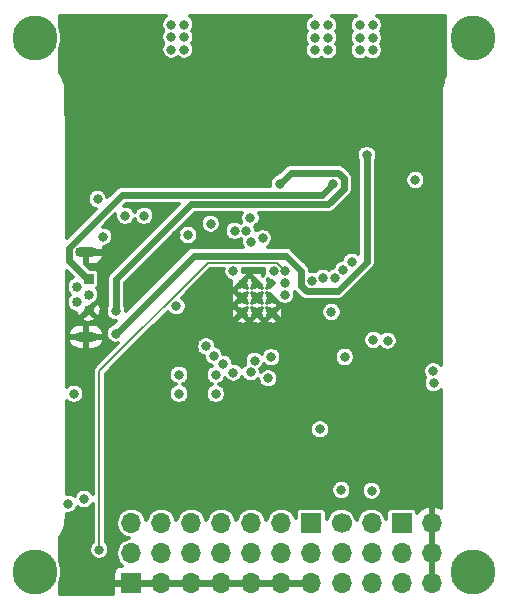
<source format=gbr>
%TF.GenerationSoftware,KiCad,Pcbnew,(5.1.10-1-10_14)*%
%TF.CreationDate,2021-12-24T07:56:15-05:00*%
%TF.ProjectId,hermes_v1,6865726d-6573-45f7-9631-2e6b69636164,rev?*%
%TF.SameCoordinates,Original*%
%TF.FileFunction,Copper,L2,Inr*%
%TF.FilePolarity,Positive*%
%FSLAX46Y46*%
G04 Gerber Fmt 4.6, Leading zero omitted, Abs format (unit mm)*
G04 Created by KiCad (PCBNEW (5.1.10-1-10_14)) date 2021-12-24 07:56:15*
%MOMM*%
%LPD*%
G01*
G04 APERTURE LIST*
%TA.AperFunction,ComponentPad*%
%ADD10C,3.800000*%
%TD*%
%TA.AperFunction,ComponentPad*%
%ADD11O,1.850000X0.850000*%
%TD*%
%TA.AperFunction,ComponentPad*%
%ADD12C,0.840000*%
%TD*%
%TA.AperFunction,ComponentPad*%
%ADD13R,0.840000X0.840000*%
%TD*%
%TA.AperFunction,ComponentPad*%
%ADD14O,1.700000X1.700000*%
%TD*%
%TA.AperFunction,ComponentPad*%
%ADD15R,1.700000X1.700000*%
%TD*%
%TA.AperFunction,ComponentPad*%
%ADD16C,1.700000*%
%TD*%
%TA.AperFunction,ComponentPad*%
%ADD17C,0.600000*%
%TD*%
%TA.AperFunction,ViaPad*%
%ADD18C,0.800000*%
%TD*%
%TA.AperFunction,Conductor*%
%ADD19C,0.600000*%
%TD*%
%TA.AperFunction,Conductor*%
%ADD20C,0.200000*%
%TD*%
%TA.AperFunction,Conductor*%
%ADD21C,0.300000*%
%TD*%
%TA.AperFunction,Conductor*%
%ADD22C,0.100000*%
%TD*%
G04 APERTURE END LIST*
D10*
%TO.N,N/C*%
%TO.C,H4*%
X188110000Y-45960000D03*
%TD*%
%TO.N,N/C*%
%TO.C,H3*%
X225250000Y-91190000D03*
%TD*%
%TO.N,N/C*%
%TO.C,H2*%
X188110000Y-91170000D03*
%TD*%
%TO.N,N/C*%
%TO.C,H1*%
X225230000Y-45960000D03*
%TD*%
D11*
%TO.N,GND*%
%TO.C,J2*%
X192480000Y-71275000D03*
X192480000Y-64125000D03*
D12*
X192700000Y-69000000D03*
%TO.N,Net-(J2-Pad4)*%
X191700000Y-68350000D03*
%TO.N,Net-(J2-Pad3)*%
X192700000Y-67700000D03*
%TO.N,Net-(J2-Pad2)*%
X191700000Y-67050000D03*
D13*
%TO.N,FC_USB_VBUS*%
X192700000Y-66400000D03*
%TD*%
D14*
%TO.N,GND*%
%TO.C,J7*%
X221740000Y-92130000D03*
%TO.N,+5V*%
X219200000Y-92130000D03*
%TO.N,GND*%
X221740000Y-89590000D03*
%TO.N,+5V*%
X219200000Y-89590000D03*
%TO.N,GND*%
X221740000Y-87050000D03*
D15*
%TO.N,3V3_IO*%
X219200000Y-87050000D03*
%TD*%
D14*
%TO.N,FC_UART0_RX*%
%TO.C,J5*%
X216640000Y-92130000D03*
%TO.N,FC_UART0_TX*%
X214100000Y-92130000D03*
%TO.N,FC_UART1_RX*%
X216640000Y-89590000D03*
%TO.N,FC_UART1_TX*%
X214100000Y-89590000D03*
%TO.N,FC_I2C1_SDA*%
X216640000Y-87050000D03*
D16*
%TO.N,FC_I2C1_SCL*%
X214100000Y-87050000D03*
%TD*%
D14*
%TO.N,+5V*%
%TO.C,J4*%
X211540000Y-89610000D03*
%TO.N,GND*%
X211540000Y-92150000D03*
%TO.N,+5V*%
X209000000Y-89610000D03*
%TO.N,GND*%
X209000000Y-92150000D03*
%TO.N,+5V*%
X206460000Y-89610000D03*
%TO.N,GND*%
X206460000Y-92150000D03*
%TO.N,+5V*%
X203920000Y-89610000D03*
%TO.N,GND*%
X203920000Y-92150000D03*
%TO.N,+5V*%
X201380000Y-89610000D03*
%TO.N,GND*%
X201380000Y-92150000D03*
%TO.N,+5V*%
X198840000Y-89610000D03*
%TO.N,GND*%
X198840000Y-92150000D03*
%TO.N,+5V*%
X196300000Y-89610000D03*
D15*
%TO.N,GND*%
X196300000Y-92150000D03*
%TD*%
D14*
%TO.N,FC_RADIO_PPM*%
%TO.C,J3*%
X196310000Y-87050000D03*
%TO.N,FC_SERVO_6*%
X198850000Y-87050000D03*
%TO.N,FC_SERVO_5*%
X201390000Y-87050000D03*
%TO.N,FC_SERVO_4*%
X203930000Y-87050000D03*
%TO.N,FC_SERVO_3*%
X206470000Y-87050000D03*
%TO.N,FC_SERVO_2*%
X209010000Y-87050000D03*
D15*
%TO.N,FC_SERVO_1*%
X211550000Y-87050000D03*
%TD*%
D17*
%TO.N,GND*%
%TO.C,U3*%
X205675000Y-69275000D03*
X205675000Y-68000000D03*
X205675000Y-66725000D03*
X206950000Y-69275000D03*
X206950000Y-68000000D03*
X206950000Y-66725000D03*
X208225000Y-69275000D03*
X208225000Y-68000000D03*
X208225000Y-66725000D03*
%TD*%
D18*
%TO.N,GND*%
X193800000Y-52900000D03*
X193800000Y-51800000D03*
X205150000Y-44900000D03*
X204050000Y-44900000D03*
X204050000Y-47000000D03*
X205150000Y-47000000D03*
X204050000Y-45950000D03*
X205150000Y-45950000D03*
X209050000Y-45950000D03*
X207950000Y-45950000D03*
X209050000Y-44900000D03*
X207950000Y-44900000D03*
X207950000Y-47000000D03*
X209050000Y-47000000D03*
X219550000Y-47000000D03*
X220650000Y-45950000D03*
X219550000Y-45950000D03*
X220650000Y-47000000D03*
X220650000Y-44900000D03*
X219550000Y-44900000D03*
X220950000Y-82350000D03*
X220950000Y-78050000D03*
X214500000Y-74450000D03*
X214700000Y-78250000D03*
X217546776Y-83315647D03*
X212650000Y-49900000D03*
X211050000Y-64700000D03*
X207008856Y-62009857D03*
X219900000Y-66800000D03*
X200100005Y-62650011D03*
X196150731Y-81150731D03*
X221750000Y-58718282D03*
X191400000Y-89300000D03*
X191300000Y-59600000D03*
X191950000Y-47000000D03*
X195800000Y-57550000D03*
X195550000Y-51800000D03*
X195550000Y-52900000D03*
X195350000Y-48300000D03*
X200950000Y-52300000D03*
X220950000Y-49900000D03*
X196070000Y-66920000D03*
%TO.N,+1V1*%
X200129319Y-68679319D03*
X214257101Y-65592887D03*
X201100006Y-62649994D03*
%TO.N,+3V3*%
X216250000Y-55900000D03*
X195000000Y-71000000D03*
%TO.N,VCC*%
X212950000Y-44900000D03*
X212950000Y-45950000D03*
X211850000Y-44900000D03*
X212950000Y-47000000D03*
X211850000Y-47000000D03*
X211850000Y-45950000D03*
X216750000Y-45950000D03*
X215650000Y-47000000D03*
X216750000Y-44900000D03*
X215650000Y-45950000D03*
X216750000Y-47000000D03*
X215650000Y-44900000D03*
X199700000Y-44850000D03*
X200800000Y-45900000D03*
X199700000Y-46950000D03*
X199700000Y-45900000D03*
X200800000Y-44850000D03*
X200800000Y-46950000D03*
%TO.N,+5V*%
X208900000Y-58350000D03*
X195000000Y-69100000D03*
%TO.N,FC_STATUS_BLUE*%
X197400000Y-61025000D03*
X206455977Y-63213886D03*
%TO.N,FC_STATUS_RED*%
X195800000Y-61025000D03*
X208350000Y-65700000D03*
X214993193Y-64916003D03*
%TO.N,FC_STATUS_GREEN*%
X193921680Y-62787534D03*
X207413182Y-62924474D03*
%TO.N,FC_BOOTSEL*%
X190975000Y-85400000D03*
X193450000Y-59600000D03*
%TO.N,FC_RUN*%
X209350000Y-65700000D03*
X193600000Y-89300000D03*
%TO.N,FC_USB_VBUS*%
X213400000Y-58300000D03*
%TO.N,FC_I2C0_SCL*%
X206750010Y-73300000D03*
X216800000Y-71550000D03*
X221878753Y-74202539D03*
%TO.N,FC_I2C0_SDA*%
X206433580Y-74283580D03*
X218000001Y-71601974D03*
%TO.N,FC_I2C1_SCL*%
X214094975Y-84255025D03*
X205050000Y-62300000D03*
X203450000Y-74500000D03*
%TO.N,FC_I2C1_SDA*%
X216650000Y-84300000D03*
X206050003Y-62300000D03*
X203450000Y-76100000D03*
%TO.N,FC_SWCLK*%
X209351362Y-66700001D03*
%TO.N,FC_SWD*%
X211572881Y-66512718D03*
%TO.N,FC_SPI0_CS*%
X203022609Y-61689690D03*
X206394309Y-61220975D03*
X203268869Y-72875010D03*
%TO.N,FC_SPI0_MOSI*%
X204949999Y-74302160D03*
%TO.N,FC_SPI0_SCK*%
X204100000Y-73575010D03*
%TO.N,FC_SPI0_MISO*%
X202642829Y-72092829D03*
%TO.N,FC_UART1_TX*%
X208150010Y-72999999D03*
%TO.N,FC_UART1_RX*%
X207899798Y-74800003D03*
%TO.N,FC_UART0_TX*%
X212549997Y-66300002D03*
X212271274Y-79115560D03*
%TO.N,FC_UART0_RX*%
X213550000Y-66300002D03*
X213249997Y-69175001D03*
%TO.N,/FlightControlComputer/3V_MCU*%
X209349990Y-67706681D03*
X204950010Y-65700000D03*
%TO.N,3V3_IO*%
X214380025Y-72980024D03*
X221900049Y-75202314D03*
X220350000Y-58000000D03*
X191450000Y-76100000D03*
X192300000Y-85000000D03*
X200350000Y-74500000D03*
X200350000Y-76100000D03*
%TD*%
D19*
%TO.N,+3V3*%
X213769271Y-67412719D02*
X216250000Y-64931990D01*
X211140880Y-67412719D02*
X213769271Y-67412719D01*
X210672880Y-66944719D02*
X211140880Y-67412719D01*
X210672880Y-65690878D02*
X210672880Y-66944719D01*
X216250000Y-64931990D02*
X216250000Y-55900000D01*
X209381992Y-64399990D02*
X210672880Y-65690878D01*
X201600010Y-64399990D02*
X209381992Y-64399990D01*
X195000000Y-71000000D02*
X201600010Y-64399990D01*
%TO.N,+5V*%
X213832001Y-57399999D02*
X209850001Y-57399999D01*
X214300001Y-57867999D02*
X213832001Y-57399999D01*
X214300001Y-58732001D02*
X214300001Y-57867999D01*
X209850001Y-57399999D02*
X208900000Y-58350000D01*
X212981991Y-60050011D02*
X214300001Y-58732001D01*
X201368003Y-60050011D02*
X212981991Y-60050011D01*
X195000000Y-66418014D02*
X201368003Y-60050011D01*
X195000000Y-69100000D02*
X195000000Y-66418014D01*
D20*
%TO.N,FC_RUN*%
X202772637Y-64999999D02*
X208649999Y-64999999D01*
X208649999Y-64999999D02*
X209350000Y-65700000D01*
X193600000Y-74172636D02*
X202772637Y-64999999D01*
X193600000Y-89300000D02*
X193600000Y-74172636D01*
D19*
%TO.N,FC_USB_VBUS*%
X195546838Y-59250001D02*
X212449999Y-59250001D01*
X212449999Y-59250001D02*
X213400000Y-58300000D01*
X191054990Y-63741849D02*
X195546838Y-59250001D01*
X191054990Y-64854990D02*
X191054990Y-63741849D01*
X192600000Y-66400000D02*
X191054990Y-64854990D01*
X192700000Y-66400000D02*
X192600000Y-66400000D01*
%TD*%
D21*
%TO.N,GND*%
X199158156Y-44189762D02*
X199039762Y-44308156D01*
X198946740Y-44447374D01*
X198882665Y-44602064D01*
X198850000Y-44766282D01*
X198850000Y-44933718D01*
X198882665Y-45097936D01*
X198946740Y-45252626D01*
X199028507Y-45375000D01*
X198946740Y-45497374D01*
X198882665Y-45652064D01*
X198850000Y-45816282D01*
X198850000Y-45983718D01*
X198882665Y-46147936D01*
X198946740Y-46302626D01*
X199028507Y-46425000D01*
X198946740Y-46547374D01*
X198882665Y-46702064D01*
X198850000Y-46866282D01*
X198850000Y-47033718D01*
X198882665Y-47197936D01*
X198946740Y-47352626D01*
X199039762Y-47491844D01*
X199158156Y-47610238D01*
X199297374Y-47703260D01*
X199452064Y-47767335D01*
X199616282Y-47800000D01*
X199783718Y-47800000D01*
X199947936Y-47767335D01*
X200102626Y-47703260D01*
X200241844Y-47610238D01*
X200250000Y-47602082D01*
X200258156Y-47610238D01*
X200397374Y-47703260D01*
X200552064Y-47767335D01*
X200716282Y-47800000D01*
X200883718Y-47800000D01*
X201047936Y-47767335D01*
X201202626Y-47703260D01*
X201341844Y-47610238D01*
X201460238Y-47491844D01*
X201553260Y-47352626D01*
X201617335Y-47197936D01*
X201650000Y-47033718D01*
X201650000Y-46866282D01*
X201617335Y-46702064D01*
X201553260Y-46547374D01*
X201471493Y-46425000D01*
X201553260Y-46302626D01*
X201617335Y-46147936D01*
X201650000Y-45983718D01*
X201650000Y-45816282D01*
X201617335Y-45652064D01*
X201553260Y-45497374D01*
X201471493Y-45375000D01*
X201553260Y-45252626D01*
X201617335Y-45097936D01*
X201650000Y-44933718D01*
X201650000Y-44766282D01*
X201617335Y-44602064D01*
X201553260Y-44447374D01*
X201460238Y-44308156D01*
X201341844Y-44189762D01*
X201244920Y-44125000D01*
X211499859Y-44125000D01*
X211447374Y-44146740D01*
X211308156Y-44239762D01*
X211189762Y-44358156D01*
X211096740Y-44497374D01*
X211032665Y-44652064D01*
X211000000Y-44816282D01*
X211000000Y-44983718D01*
X211032665Y-45147936D01*
X211096740Y-45302626D01*
X211178507Y-45425000D01*
X211096740Y-45547374D01*
X211032665Y-45702064D01*
X211000000Y-45866282D01*
X211000000Y-46033718D01*
X211032665Y-46197936D01*
X211096740Y-46352626D01*
X211178507Y-46475000D01*
X211096740Y-46597374D01*
X211032665Y-46752064D01*
X211000000Y-46916282D01*
X211000000Y-47083718D01*
X211032665Y-47247936D01*
X211096740Y-47402626D01*
X211189762Y-47541844D01*
X211308156Y-47660238D01*
X211447374Y-47753260D01*
X211602064Y-47817335D01*
X211766282Y-47850000D01*
X211933718Y-47850000D01*
X212097936Y-47817335D01*
X212252626Y-47753260D01*
X212391844Y-47660238D01*
X212400000Y-47652082D01*
X212408156Y-47660238D01*
X212547374Y-47753260D01*
X212702064Y-47817335D01*
X212866282Y-47850000D01*
X213033718Y-47850000D01*
X213197936Y-47817335D01*
X213352626Y-47753260D01*
X213491844Y-47660238D01*
X213610238Y-47541844D01*
X213703260Y-47402626D01*
X213767335Y-47247936D01*
X213800000Y-47083718D01*
X213800000Y-46916282D01*
X213767335Y-46752064D01*
X213703260Y-46597374D01*
X213621493Y-46475000D01*
X213703260Y-46352626D01*
X213767335Y-46197936D01*
X213800000Y-46033718D01*
X213800000Y-45866282D01*
X213767335Y-45702064D01*
X213703260Y-45547374D01*
X213621493Y-45425000D01*
X213703260Y-45302626D01*
X213767335Y-45147936D01*
X213800000Y-44983718D01*
X213800000Y-44816282D01*
X213767335Y-44652064D01*
X213703260Y-44497374D01*
X213610238Y-44358156D01*
X213491844Y-44239762D01*
X213352626Y-44146740D01*
X213300141Y-44125000D01*
X215299859Y-44125000D01*
X215247374Y-44146740D01*
X215108156Y-44239762D01*
X214989762Y-44358156D01*
X214896740Y-44497374D01*
X214832665Y-44652064D01*
X214800000Y-44816282D01*
X214800000Y-44983718D01*
X214832665Y-45147936D01*
X214896740Y-45302626D01*
X214978507Y-45425000D01*
X214896740Y-45547374D01*
X214832665Y-45702064D01*
X214800000Y-45866282D01*
X214800000Y-46033718D01*
X214832665Y-46197936D01*
X214896740Y-46352626D01*
X214978507Y-46475000D01*
X214896740Y-46597374D01*
X214832665Y-46752064D01*
X214800000Y-46916282D01*
X214800000Y-47083718D01*
X214832665Y-47247936D01*
X214896740Y-47402626D01*
X214989762Y-47541844D01*
X215108156Y-47660238D01*
X215247374Y-47753260D01*
X215402064Y-47817335D01*
X215566282Y-47850000D01*
X215733718Y-47850000D01*
X215897936Y-47817335D01*
X216052626Y-47753260D01*
X216191844Y-47660238D01*
X216200000Y-47652082D01*
X216208156Y-47660238D01*
X216347374Y-47753260D01*
X216502064Y-47817335D01*
X216666282Y-47850000D01*
X216833718Y-47850000D01*
X216997936Y-47817335D01*
X217152626Y-47753260D01*
X217291844Y-47660238D01*
X217410238Y-47541844D01*
X217503260Y-47402626D01*
X217567335Y-47247936D01*
X217600000Y-47083718D01*
X217600000Y-46916282D01*
X217567335Y-46752064D01*
X217503260Y-46597374D01*
X217421493Y-46475000D01*
X217503260Y-46352626D01*
X217567335Y-46197936D01*
X217600000Y-46033718D01*
X217600000Y-45866282D01*
X217567335Y-45702064D01*
X217503260Y-45547374D01*
X217421493Y-45425000D01*
X217503260Y-45302626D01*
X217567335Y-45147936D01*
X217600000Y-44983718D01*
X217600000Y-44816282D01*
X217567335Y-44652064D01*
X217503260Y-44497374D01*
X217410238Y-44358156D01*
X217291844Y-44239762D01*
X217152626Y-44146740D01*
X217100141Y-44125000D01*
X222900000Y-44125000D01*
X222900000Y-45627998D01*
X222880000Y-45728545D01*
X222880000Y-46191455D01*
X222900000Y-46292002D01*
X222900000Y-49155897D01*
X222897221Y-49161579D01*
X222897216Y-49161587D01*
X222897213Y-49161596D01*
X222707852Y-49555621D01*
X222693075Y-49596069D01*
X222677743Y-49636287D01*
X222676041Y-49642697D01*
X222566818Y-50066009D01*
X222560183Y-50108535D01*
X222552951Y-50150985D01*
X222552527Y-50157604D01*
X222528166Y-50584237D01*
X222526845Y-50597589D01*
X222525011Y-54426571D01*
X222524999Y-54426696D01*
X222525000Y-54449501D01*
X222524989Y-54473104D01*
X222525002Y-54473233D01*
X222526098Y-73647802D01*
X222420597Y-73542301D01*
X222281379Y-73449279D01*
X222126689Y-73385204D01*
X221962471Y-73352539D01*
X221795035Y-73352539D01*
X221630817Y-73385204D01*
X221476127Y-73449279D01*
X221336909Y-73542301D01*
X221218515Y-73660695D01*
X221125493Y-73799913D01*
X221061418Y-73954603D01*
X221028753Y-74118821D01*
X221028753Y-74286257D01*
X221061418Y-74450475D01*
X221125493Y-74605165D01*
X221201129Y-74718362D01*
X221146789Y-74799688D01*
X221082714Y-74954378D01*
X221050049Y-75118596D01*
X221050049Y-75286032D01*
X221082714Y-75450250D01*
X221146789Y-75604940D01*
X221239811Y-75744158D01*
X221358205Y-75862552D01*
X221497423Y-75955574D01*
X221652113Y-76019649D01*
X221816331Y-76052314D01*
X221983767Y-76052314D01*
X222147985Y-76019649D01*
X222302675Y-75955574D01*
X222441893Y-75862552D01*
X222526219Y-75778226D01*
X222526790Y-85771194D01*
X222358275Y-85674569D01*
X222078062Y-85580378D01*
X221844000Y-85710087D01*
X221844000Y-86946000D01*
X221864000Y-86946000D01*
X221864000Y-87154000D01*
X221844000Y-87154000D01*
X221844000Y-89486000D01*
X221864000Y-89486000D01*
X221864000Y-89694000D01*
X221844000Y-89694000D01*
X221844000Y-92026000D01*
X221864000Y-92026000D01*
X221864000Y-92234000D01*
X221844000Y-92234000D01*
X221844000Y-92254000D01*
X221636000Y-92254000D01*
X221636000Y-92234000D01*
X221616000Y-92234000D01*
X221616000Y-92026000D01*
X221636000Y-92026000D01*
X221636000Y-89694000D01*
X221616000Y-89694000D01*
X221616000Y-89486000D01*
X221636000Y-89486000D01*
X221636000Y-87154000D01*
X221616000Y-87154000D01*
X221616000Y-86946000D01*
X221636000Y-86946000D01*
X221636000Y-85710087D01*
X221401938Y-85580378D01*
X221121725Y-85674569D01*
X220865272Y-85821617D01*
X220642434Y-86015871D01*
X220501962Y-86197815D01*
X220493489Y-86111785D01*
X220467757Y-86026959D01*
X220425971Y-85948784D01*
X220369737Y-85880263D01*
X220301216Y-85824029D01*
X220223041Y-85782243D01*
X220138215Y-85756511D01*
X220050000Y-85747823D01*
X218350000Y-85747823D01*
X218261785Y-85756511D01*
X218176959Y-85782243D01*
X218098784Y-85824029D01*
X218030263Y-85880263D01*
X217974029Y-85948784D01*
X217932243Y-86026959D01*
X217906511Y-86111785D01*
X217897823Y-86200000D01*
X217897823Y-86709922D01*
X217890042Y-86670804D01*
X217792045Y-86434219D01*
X217649776Y-86221298D01*
X217468702Y-86040224D01*
X217255781Y-85897955D01*
X217019196Y-85799958D01*
X216768039Y-85750000D01*
X216511961Y-85750000D01*
X216260804Y-85799958D01*
X216024219Y-85897955D01*
X215811298Y-86040224D01*
X215630224Y-86221298D01*
X215487955Y-86434219D01*
X215389958Y-86670804D01*
X215370000Y-86771140D01*
X215350042Y-86670804D01*
X215252045Y-86434219D01*
X215109776Y-86221298D01*
X214928702Y-86040224D01*
X214715781Y-85897955D01*
X214479196Y-85799958D01*
X214228039Y-85750000D01*
X213971961Y-85750000D01*
X213720804Y-85799958D01*
X213484219Y-85897955D01*
X213271298Y-86040224D01*
X213090224Y-86221298D01*
X212947955Y-86434219D01*
X212852177Y-86665447D01*
X212852177Y-86200000D01*
X212843489Y-86111785D01*
X212817757Y-86026959D01*
X212775971Y-85948784D01*
X212719737Y-85880263D01*
X212651216Y-85824029D01*
X212573041Y-85782243D01*
X212488215Y-85756511D01*
X212400000Y-85747823D01*
X210700000Y-85747823D01*
X210611785Y-85756511D01*
X210526959Y-85782243D01*
X210448784Y-85824029D01*
X210380263Y-85880263D01*
X210324029Y-85948784D01*
X210282243Y-86026959D01*
X210256511Y-86111785D01*
X210247823Y-86200000D01*
X210247823Y-86641305D01*
X210162045Y-86434219D01*
X210019776Y-86221298D01*
X209838702Y-86040224D01*
X209625781Y-85897955D01*
X209389196Y-85799958D01*
X209138039Y-85750000D01*
X208881961Y-85750000D01*
X208630804Y-85799958D01*
X208394219Y-85897955D01*
X208181298Y-86040224D01*
X208000224Y-86221298D01*
X207857955Y-86434219D01*
X207759958Y-86670804D01*
X207740000Y-86771140D01*
X207720042Y-86670804D01*
X207622045Y-86434219D01*
X207479776Y-86221298D01*
X207298702Y-86040224D01*
X207085781Y-85897955D01*
X206849196Y-85799958D01*
X206598039Y-85750000D01*
X206341961Y-85750000D01*
X206090804Y-85799958D01*
X205854219Y-85897955D01*
X205641298Y-86040224D01*
X205460224Y-86221298D01*
X205317955Y-86434219D01*
X205219958Y-86670804D01*
X205200000Y-86771140D01*
X205180042Y-86670804D01*
X205082045Y-86434219D01*
X204939776Y-86221298D01*
X204758702Y-86040224D01*
X204545781Y-85897955D01*
X204309196Y-85799958D01*
X204058039Y-85750000D01*
X203801961Y-85750000D01*
X203550804Y-85799958D01*
X203314219Y-85897955D01*
X203101298Y-86040224D01*
X202920224Y-86221298D01*
X202777955Y-86434219D01*
X202679958Y-86670804D01*
X202660000Y-86771140D01*
X202640042Y-86670804D01*
X202542045Y-86434219D01*
X202399776Y-86221298D01*
X202218702Y-86040224D01*
X202005781Y-85897955D01*
X201769196Y-85799958D01*
X201518039Y-85750000D01*
X201261961Y-85750000D01*
X201010804Y-85799958D01*
X200774219Y-85897955D01*
X200561298Y-86040224D01*
X200380224Y-86221298D01*
X200237955Y-86434219D01*
X200139958Y-86670804D01*
X200120000Y-86771140D01*
X200100042Y-86670804D01*
X200002045Y-86434219D01*
X199859776Y-86221298D01*
X199678702Y-86040224D01*
X199465781Y-85897955D01*
X199229196Y-85799958D01*
X198978039Y-85750000D01*
X198721961Y-85750000D01*
X198470804Y-85799958D01*
X198234219Y-85897955D01*
X198021298Y-86040224D01*
X197840224Y-86221298D01*
X197697955Y-86434219D01*
X197599958Y-86670804D01*
X197580000Y-86771140D01*
X197560042Y-86670804D01*
X197462045Y-86434219D01*
X197319776Y-86221298D01*
X197138702Y-86040224D01*
X196925781Y-85897955D01*
X196689196Y-85799958D01*
X196438039Y-85750000D01*
X196181961Y-85750000D01*
X195930804Y-85799958D01*
X195694219Y-85897955D01*
X195481298Y-86040224D01*
X195300224Y-86221298D01*
X195157955Y-86434219D01*
X195059958Y-86670804D01*
X195010000Y-86921961D01*
X195010000Y-87178039D01*
X195059958Y-87429196D01*
X195157955Y-87665781D01*
X195300224Y-87878702D01*
X195481298Y-88059776D01*
X195694219Y-88202045D01*
X195930804Y-88300042D01*
X196076414Y-88329005D01*
X195920804Y-88359958D01*
X195684219Y-88457955D01*
X195471298Y-88600224D01*
X195290224Y-88781298D01*
X195147955Y-88994219D01*
X195049958Y-89230804D01*
X195000000Y-89481961D01*
X195000000Y-89738039D01*
X195049958Y-89989196D01*
X195147955Y-90225781D01*
X195290224Y-90438702D01*
X195471298Y-90619776D01*
X195500205Y-90639091D01*
X195450000Y-90638816D01*
X195321009Y-90651520D01*
X195196976Y-90689146D01*
X195082666Y-90750246D01*
X194982472Y-90832472D01*
X194900246Y-90932666D01*
X194839146Y-91046976D01*
X194801520Y-91171009D01*
X194788816Y-91300000D01*
X194792000Y-91881500D01*
X194956500Y-92046000D01*
X196196000Y-92046000D01*
X196196000Y-92026000D01*
X196404000Y-92026000D01*
X196404000Y-92046000D01*
X198736000Y-92046000D01*
X198736000Y-92026000D01*
X198944000Y-92026000D01*
X198944000Y-92046000D01*
X201276000Y-92046000D01*
X201276000Y-92026000D01*
X201484000Y-92026000D01*
X201484000Y-92046000D01*
X203816000Y-92046000D01*
X203816000Y-92026000D01*
X204024000Y-92026000D01*
X204024000Y-92046000D01*
X206356000Y-92046000D01*
X206356000Y-92026000D01*
X206564000Y-92026000D01*
X206564000Y-92046000D01*
X208896000Y-92046000D01*
X208896000Y-92026000D01*
X209104000Y-92026000D01*
X209104000Y-92046000D01*
X211436000Y-92046000D01*
X211436000Y-92026000D01*
X211644000Y-92026000D01*
X211644000Y-92046000D01*
X211664000Y-92046000D01*
X211664000Y-92254000D01*
X211644000Y-92254000D01*
X211644000Y-92274000D01*
X211436000Y-92274000D01*
X211436000Y-92254000D01*
X209104000Y-92254000D01*
X209104000Y-92274000D01*
X208896000Y-92274000D01*
X208896000Y-92254000D01*
X206564000Y-92254000D01*
X206564000Y-92274000D01*
X206356000Y-92274000D01*
X206356000Y-92254000D01*
X204024000Y-92254000D01*
X204024000Y-92274000D01*
X203816000Y-92274000D01*
X203816000Y-92254000D01*
X201484000Y-92254000D01*
X201484000Y-92274000D01*
X201276000Y-92274000D01*
X201276000Y-92254000D01*
X198944000Y-92254000D01*
X198944000Y-92274000D01*
X198736000Y-92274000D01*
X198736000Y-92254000D01*
X196404000Y-92254000D01*
X196404000Y-92274000D01*
X196196000Y-92274000D01*
X196196000Y-92254000D01*
X194956500Y-92254000D01*
X194792000Y-92418500D01*
X194788816Y-93000000D01*
X194791278Y-93025000D01*
X190300000Y-93025000D01*
X190300000Y-92023719D01*
X190369691Y-91855470D01*
X190460000Y-91401455D01*
X190460000Y-90938545D01*
X190369691Y-90484530D01*
X190300000Y-90316281D01*
X190300000Y-88207216D01*
X190404666Y-88067651D01*
X190427012Y-88030852D01*
X190449869Y-87994371D01*
X190452779Y-87988421D01*
X190452784Y-87988413D01*
X190452787Y-87988404D01*
X190642149Y-87594379D01*
X190656937Y-87553898D01*
X190672257Y-87513713D01*
X190673959Y-87507303D01*
X190783182Y-87083991D01*
X190789817Y-87041465D01*
X190797049Y-86999015D01*
X190797473Y-86992396D01*
X190821839Y-86565666D01*
X190823165Y-86552212D01*
X190823183Y-86236454D01*
X190891282Y-86250000D01*
X191058718Y-86250000D01*
X191222936Y-86217335D01*
X191377626Y-86153260D01*
X191516844Y-86060238D01*
X191635238Y-85941844D01*
X191728260Y-85802626D01*
X191780935Y-85675458D01*
X191897374Y-85753260D01*
X192052064Y-85817335D01*
X192216282Y-85850000D01*
X192383718Y-85850000D01*
X192547936Y-85817335D01*
X192702626Y-85753260D01*
X192841844Y-85660238D01*
X192960238Y-85541844D01*
X193050000Y-85407505D01*
X193050000Y-88647918D01*
X192939762Y-88758156D01*
X192846740Y-88897374D01*
X192782665Y-89052064D01*
X192750000Y-89216282D01*
X192750000Y-89383718D01*
X192782665Y-89547936D01*
X192846740Y-89702626D01*
X192939762Y-89841844D01*
X193058156Y-89960238D01*
X193197374Y-90053260D01*
X193352064Y-90117335D01*
X193516282Y-90150000D01*
X193683718Y-90150000D01*
X193847936Y-90117335D01*
X194002626Y-90053260D01*
X194141844Y-89960238D01*
X194260238Y-89841844D01*
X194353260Y-89702626D01*
X194417335Y-89547936D01*
X194450000Y-89383718D01*
X194450000Y-89216282D01*
X194417335Y-89052064D01*
X194353260Y-88897374D01*
X194260238Y-88758156D01*
X194150000Y-88647918D01*
X194150000Y-84171307D01*
X213244975Y-84171307D01*
X213244975Y-84338743D01*
X213277640Y-84502961D01*
X213341715Y-84657651D01*
X213434737Y-84796869D01*
X213553131Y-84915263D01*
X213692349Y-85008285D01*
X213847039Y-85072360D01*
X214011257Y-85105025D01*
X214178693Y-85105025D01*
X214342911Y-85072360D01*
X214497601Y-85008285D01*
X214636819Y-84915263D01*
X214755213Y-84796869D01*
X214848235Y-84657651D01*
X214912310Y-84502961D01*
X214944975Y-84338743D01*
X214944975Y-84216282D01*
X215800000Y-84216282D01*
X215800000Y-84383718D01*
X215832665Y-84547936D01*
X215896740Y-84702626D01*
X215989762Y-84841844D01*
X216108156Y-84960238D01*
X216247374Y-85053260D01*
X216402064Y-85117335D01*
X216566282Y-85150000D01*
X216733718Y-85150000D01*
X216897936Y-85117335D01*
X217052626Y-85053260D01*
X217191844Y-84960238D01*
X217310238Y-84841844D01*
X217403260Y-84702626D01*
X217467335Y-84547936D01*
X217500000Y-84383718D01*
X217500000Y-84216282D01*
X217467335Y-84052064D01*
X217403260Y-83897374D01*
X217310238Y-83758156D01*
X217191844Y-83639762D01*
X217052626Y-83546740D01*
X216897936Y-83482665D01*
X216733718Y-83450000D01*
X216566282Y-83450000D01*
X216402064Y-83482665D01*
X216247374Y-83546740D01*
X216108156Y-83639762D01*
X215989762Y-83758156D01*
X215896740Y-83897374D01*
X215832665Y-84052064D01*
X215800000Y-84216282D01*
X214944975Y-84216282D01*
X214944975Y-84171307D01*
X214912310Y-84007089D01*
X214848235Y-83852399D01*
X214755213Y-83713181D01*
X214636819Y-83594787D01*
X214497601Y-83501765D01*
X214342911Y-83437690D01*
X214178693Y-83405025D01*
X214011257Y-83405025D01*
X213847039Y-83437690D01*
X213692349Y-83501765D01*
X213553131Y-83594787D01*
X213434737Y-83713181D01*
X213341715Y-83852399D01*
X213277640Y-84007089D01*
X213244975Y-84171307D01*
X194150000Y-84171307D01*
X194150000Y-79031842D01*
X211421274Y-79031842D01*
X211421274Y-79199278D01*
X211453939Y-79363496D01*
X211518014Y-79518186D01*
X211611036Y-79657404D01*
X211729430Y-79775798D01*
X211868648Y-79868820D01*
X212023338Y-79932895D01*
X212187556Y-79965560D01*
X212354992Y-79965560D01*
X212519210Y-79932895D01*
X212673900Y-79868820D01*
X212813118Y-79775798D01*
X212931512Y-79657404D01*
X213024534Y-79518186D01*
X213088609Y-79363496D01*
X213121274Y-79199278D01*
X213121274Y-79031842D01*
X213088609Y-78867624D01*
X213024534Y-78712934D01*
X212931512Y-78573716D01*
X212813118Y-78455322D01*
X212673900Y-78362300D01*
X212519210Y-78298225D01*
X212354992Y-78265560D01*
X212187556Y-78265560D01*
X212023338Y-78298225D01*
X211868648Y-78362300D01*
X211729430Y-78455322D01*
X211611036Y-78573716D01*
X211518014Y-78712934D01*
X211453939Y-78867624D01*
X211421274Y-79031842D01*
X194150000Y-79031842D01*
X194150000Y-74416282D01*
X199500000Y-74416282D01*
X199500000Y-74583718D01*
X199532665Y-74747936D01*
X199596740Y-74902626D01*
X199689762Y-75041844D01*
X199808156Y-75160238D01*
X199947374Y-75253260D01*
X200060214Y-75300000D01*
X199947374Y-75346740D01*
X199808156Y-75439762D01*
X199689762Y-75558156D01*
X199596740Y-75697374D01*
X199532665Y-75852064D01*
X199500000Y-76016282D01*
X199500000Y-76183718D01*
X199532665Y-76347936D01*
X199596740Y-76502626D01*
X199689762Y-76641844D01*
X199808156Y-76760238D01*
X199947374Y-76853260D01*
X200102064Y-76917335D01*
X200266282Y-76950000D01*
X200433718Y-76950000D01*
X200597936Y-76917335D01*
X200752626Y-76853260D01*
X200891844Y-76760238D01*
X201010238Y-76641844D01*
X201103260Y-76502626D01*
X201167335Y-76347936D01*
X201200000Y-76183718D01*
X201200000Y-76016282D01*
X201167335Y-75852064D01*
X201103260Y-75697374D01*
X201010238Y-75558156D01*
X200891844Y-75439762D01*
X200752626Y-75346740D01*
X200639786Y-75300000D01*
X200752626Y-75253260D01*
X200891844Y-75160238D01*
X201010238Y-75041844D01*
X201103260Y-74902626D01*
X201167335Y-74747936D01*
X201200000Y-74583718D01*
X201200000Y-74416282D01*
X201167335Y-74252064D01*
X201103260Y-74097374D01*
X201010238Y-73958156D01*
X200891844Y-73839762D01*
X200752626Y-73746740D01*
X200597936Y-73682665D01*
X200433718Y-73650000D01*
X200266282Y-73650000D01*
X200102064Y-73682665D01*
X199947374Y-73746740D01*
X199808156Y-73839762D01*
X199689762Y-73958156D01*
X199596740Y-74097374D01*
X199532665Y-74252064D01*
X199500000Y-74416282D01*
X194150000Y-74416282D01*
X194150000Y-74400453D01*
X196541342Y-72009111D01*
X201792829Y-72009111D01*
X201792829Y-72176547D01*
X201825494Y-72340765D01*
X201889569Y-72495455D01*
X201982591Y-72634673D01*
X202100985Y-72753067D01*
X202240203Y-72846089D01*
X202394893Y-72910164D01*
X202418869Y-72914933D01*
X202418869Y-72958728D01*
X202451534Y-73122946D01*
X202515609Y-73277636D01*
X202608631Y-73416854D01*
X202727025Y-73535248D01*
X202866243Y-73628270D01*
X203020933Y-73692345D01*
X203127513Y-73713545D01*
X203047374Y-73746740D01*
X202908156Y-73839762D01*
X202789762Y-73958156D01*
X202696740Y-74097374D01*
X202632665Y-74252064D01*
X202600000Y-74416282D01*
X202600000Y-74583718D01*
X202632665Y-74747936D01*
X202696740Y-74902626D01*
X202789762Y-75041844D01*
X202908156Y-75160238D01*
X203047374Y-75253260D01*
X203160214Y-75300000D01*
X203047374Y-75346740D01*
X202908156Y-75439762D01*
X202789762Y-75558156D01*
X202696740Y-75697374D01*
X202632665Y-75852064D01*
X202600000Y-76016282D01*
X202600000Y-76183718D01*
X202632665Y-76347936D01*
X202696740Y-76502626D01*
X202789762Y-76641844D01*
X202908156Y-76760238D01*
X203047374Y-76853260D01*
X203202064Y-76917335D01*
X203366282Y-76950000D01*
X203533718Y-76950000D01*
X203697936Y-76917335D01*
X203852626Y-76853260D01*
X203991844Y-76760238D01*
X204110238Y-76641844D01*
X204203260Y-76502626D01*
X204267335Y-76347936D01*
X204300000Y-76183718D01*
X204300000Y-76016282D01*
X204267335Y-75852064D01*
X204203260Y-75697374D01*
X204110238Y-75558156D01*
X203991844Y-75439762D01*
X203852626Y-75346740D01*
X203739786Y-75300000D01*
X203852626Y-75253260D01*
X203991844Y-75160238D01*
X204110238Y-75041844D01*
X204203260Y-74902626D01*
X204251352Y-74786521D01*
X204289761Y-74844004D01*
X204408155Y-74962398D01*
X204547373Y-75055420D01*
X204702063Y-75119495D01*
X204866281Y-75152160D01*
X205033717Y-75152160D01*
X205197935Y-75119495D01*
X205352625Y-75055420D01*
X205491843Y-74962398D01*
X205610237Y-74844004D01*
X205697997Y-74712661D01*
X205773342Y-74825424D01*
X205891736Y-74943818D01*
X206030954Y-75036840D01*
X206185644Y-75100915D01*
X206349862Y-75133580D01*
X206517298Y-75133580D01*
X206681516Y-75100915D01*
X206836206Y-75036840D01*
X206975424Y-74943818D01*
X207049798Y-74869444D01*
X207049798Y-74883721D01*
X207082463Y-75047939D01*
X207146538Y-75202629D01*
X207239560Y-75341847D01*
X207357954Y-75460241D01*
X207497172Y-75553263D01*
X207651862Y-75617338D01*
X207816080Y-75650003D01*
X207983516Y-75650003D01*
X208147734Y-75617338D01*
X208302424Y-75553263D01*
X208441642Y-75460241D01*
X208560036Y-75341847D01*
X208653058Y-75202629D01*
X208717133Y-75047939D01*
X208749798Y-74883721D01*
X208749798Y-74716285D01*
X208717133Y-74552067D01*
X208653058Y-74397377D01*
X208560036Y-74258159D01*
X208441642Y-74139765D01*
X208302424Y-74046743D01*
X208147734Y-73982668D01*
X207983516Y-73950003D01*
X207816080Y-73950003D01*
X207651862Y-73982668D01*
X207497172Y-74046743D01*
X207357954Y-74139765D01*
X207283580Y-74214139D01*
X207283580Y-74199862D01*
X207250915Y-74035644D01*
X207235326Y-73998009D01*
X207291854Y-73960238D01*
X207410248Y-73841844D01*
X207503270Y-73702626D01*
X207546409Y-73598480D01*
X207608166Y-73660237D01*
X207747384Y-73753259D01*
X207902074Y-73817334D01*
X208066292Y-73849999D01*
X208233728Y-73849999D01*
X208397946Y-73817334D01*
X208552636Y-73753259D01*
X208691854Y-73660237D01*
X208810248Y-73541843D01*
X208903270Y-73402625D01*
X208967345Y-73247935D01*
X209000010Y-73083717D01*
X209000010Y-72916281D01*
X208996037Y-72896306D01*
X213530025Y-72896306D01*
X213530025Y-73063742D01*
X213562690Y-73227960D01*
X213626765Y-73382650D01*
X213719787Y-73521868D01*
X213838181Y-73640262D01*
X213977399Y-73733284D01*
X214132089Y-73797359D01*
X214296307Y-73830024D01*
X214463743Y-73830024D01*
X214627961Y-73797359D01*
X214782651Y-73733284D01*
X214921869Y-73640262D01*
X215040263Y-73521868D01*
X215133285Y-73382650D01*
X215197360Y-73227960D01*
X215230025Y-73063742D01*
X215230025Y-72896306D01*
X215197360Y-72732088D01*
X215133285Y-72577398D01*
X215040263Y-72438180D01*
X214921869Y-72319786D01*
X214782651Y-72226764D01*
X214627961Y-72162689D01*
X214463743Y-72130024D01*
X214296307Y-72130024D01*
X214132089Y-72162689D01*
X213977399Y-72226764D01*
X213838181Y-72319786D01*
X213719787Y-72438180D01*
X213626765Y-72577398D01*
X213562690Y-72732088D01*
X213530025Y-72896306D01*
X208996037Y-72896306D01*
X208967345Y-72752063D01*
X208903270Y-72597373D01*
X208810248Y-72458155D01*
X208691854Y-72339761D01*
X208552636Y-72246739D01*
X208397946Y-72182664D01*
X208233728Y-72149999D01*
X208066292Y-72149999D01*
X207902074Y-72182664D01*
X207747384Y-72246739D01*
X207608166Y-72339761D01*
X207489772Y-72458155D01*
X207396750Y-72597373D01*
X207353611Y-72701519D01*
X207291854Y-72639762D01*
X207152636Y-72546740D01*
X206997946Y-72482665D01*
X206833728Y-72450000D01*
X206666292Y-72450000D01*
X206502074Y-72482665D01*
X206347384Y-72546740D01*
X206208166Y-72639762D01*
X206089772Y-72758156D01*
X205996750Y-72897374D01*
X205932675Y-73052064D01*
X205900010Y-73216282D01*
X205900010Y-73383718D01*
X205932675Y-73547936D01*
X205948264Y-73585571D01*
X205891736Y-73623342D01*
X205773342Y-73741736D01*
X205685582Y-73873079D01*
X205610237Y-73760316D01*
X205491843Y-73641922D01*
X205352625Y-73548900D01*
X205197935Y-73484825D01*
X205033717Y-73452160D01*
X204942216Y-73452160D01*
X204917335Y-73327074D01*
X204853260Y-73172384D01*
X204760238Y-73033166D01*
X204641844Y-72914772D01*
X204502626Y-72821750D01*
X204347936Y-72757675D01*
X204183718Y-72725010D01*
X204105685Y-72725010D01*
X204086204Y-72627074D01*
X204022129Y-72472384D01*
X203929107Y-72333166D01*
X203810713Y-72214772D01*
X203671495Y-72121750D01*
X203516805Y-72057675D01*
X203492829Y-72052906D01*
X203492829Y-72009111D01*
X203460164Y-71844893D01*
X203396089Y-71690203D01*
X203303067Y-71550985D01*
X203218364Y-71466282D01*
X215950000Y-71466282D01*
X215950000Y-71633718D01*
X215982665Y-71797936D01*
X216046740Y-71952626D01*
X216139762Y-72091844D01*
X216258156Y-72210238D01*
X216397374Y-72303260D01*
X216552064Y-72367335D01*
X216716282Y-72400000D01*
X216883718Y-72400000D01*
X217047936Y-72367335D01*
X217202626Y-72303260D01*
X217341844Y-72210238D01*
X217374014Y-72178069D01*
X217458157Y-72262212D01*
X217597375Y-72355234D01*
X217752065Y-72419309D01*
X217916283Y-72451974D01*
X218083719Y-72451974D01*
X218247937Y-72419309D01*
X218402627Y-72355234D01*
X218541845Y-72262212D01*
X218660239Y-72143818D01*
X218753261Y-72004600D01*
X218817336Y-71849910D01*
X218850001Y-71685692D01*
X218850001Y-71518256D01*
X218817336Y-71354038D01*
X218753261Y-71199348D01*
X218660239Y-71060130D01*
X218541845Y-70941736D01*
X218402627Y-70848714D01*
X218247937Y-70784639D01*
X218083719Y-70751974D01*
X217916283Y-70751974D01*
X217752065Y-70784639D01*
X217597375Y-70848714D01*
X217458157Y-70941736D01*
X217425988Y-70973906D01*
X217341844Y-70889762D01*
X217202626Y-70796740D01*
X217047936Y-70732665D01*
X216883718Y-70700000D01*
X216716282Y-70700000D01*
X216552064Y-70732665D01*
X216397374Y-70796740D01*
X216258156Y-70889762D01*
X216139762Y-71008156D01*
X216046740Y-71147374D01*
X215982665Y-71302064D01*
X215950000Y-71466282D01*
X203218364Y-71466282D01*
X203184673Y-71432591D01*
X203045455Y-71339569D01*
X202890765Y-71275494D01*
X202726547Y-71242829D01*
X202559111Y-71242829D01*
X202394893Y-71275494D01*
X202240203Y-71339569D01*
X202100985Y-71432591D01*
X201982591Y-71550985D01*
X201889569Y-71690203D01*
X201825494Y-71844893D01*
X201792829Y-72009111D01*
X196541342Y-72009111D01*
X198642359Y-69908094D01*
X205188984Y-69908094D01*
X205196627Y-70110360D01*
X205368790Y-70187635D01*
X205552719Y-70229838D01*
X205741349Y-70235346D01*
X205927428Y-70203950D01*
X206103807Y-70136854D01*
X206153373Y-70110360D01*
X206161016Y-69908094D01*
X206463984Y-69908094D01*
X206471627Y-70110360D01*
X206643790Y-70187635D01*
X206827719Y-70229838D01*
X207016349Y-70235346D01*
X207202428Y-70203950D01*
X207378807Y-70136854D01*
X207428373Y-70110360D01*
X207436016Y-69908094D01*
X207738984Y-69908094D01*
X207746627Y-70110360D01*
X207918790Y-70187635D01*
X208102719Y-70229838D01*
X208291349Y-70235346D01*
X208477428Y-70203950D01*
X208653807Y-70136854D01*
X208703373Y-70110360D01*
X208711016Y-69908094D01*
X208225000Y-69422078D01*
X207738984Y-69908094D01*
X207436016Y-69908094D01*
X206950000Y-69422078D01*
X206463984Y-69908094D01*
X206161016Y-69908094D01*
X205675000Y-69422078D01*
X205188984Y-69908094D01*
X198642359Y-69908094D01*
X199413089Y-69137364D01*
X199469081Y-69221163D01*
X199587475Y-69339557D01*
X199726693Y-69432579D01*
X199881383Y-69496654D01*
X200045601Y-69529319D01*
X200213037Y-69529319D01*
X200377255Y-69496654D01*
X200531945Y-69432579D01*
X200668481Y-69341349D01*
X204714654Y-69341349D01*
X204746050Y-69527428D01*
X204813146Y-69703807D01*
X204839640Y-69753373D01*
X205041906Y-69761016D01*
X205527922Y-69275000D01*
X205041906Y-68788984D01*
X204839640Y-68796627D01*
X204762365Y-68968790D01*
X204720162Y-69152719D01*
X204714654Y-69341349D01*
X200668481Y-69341349D01*
X200671163Y-69339557D01*
X200789557Y-69221163D01*
X200882579Y-69081945D01*
X200946654Y-68927255D01*
X200979319Y-68763037D01*
X200979319Y-68595601D01*
X200946654Y-68431383D01*
X200882579Y-68276693D01*
X200789557Y-68137475D01*
X200718431Y-68066349D01*
X204714654Y-68066349D01*
X204746050Y-68252428D01*
X204813146Y-68428807D01*
X204839640Y-68478373D01*
X205041906Y-68486016D01*
X205527922Y-68000000D01*
X205041906Y-67513984D01*
X204839640Y-67521627D01*
X204762365Y-67693790D01*
X204720162Y-67877719D01*
X204714654Y-68066349D01*
X200718431Y-68066349D01*
X200671163Y-68019081D01*
X200587364Y-67963089D01*
X203000454Y-65549999D01*
X204113195Y-65549999D01*
X204100010Y-65616282D01*
X204100010Y-65783718D01*
X204132675Y-65947936D01*
X204196750Y-66102626D01*
X204289772Y-66241844D01*
X204408166Y-66360238D01*
X204547384Y-66453260D01*
X204702074Y-66517335D01*
X204738109Y-66524503D01*
X204720162Y-66602719D01*
X204714654Y-66791349D01*
X204746050Y-66977428D01*
X204813146Y-67153807D01*
X204839640Y-67203373D01*
X205041906Y-67211016D01*
X205527922Y-66725000D01*
X205513780Y-66710858D01*
X205660858Y-66563780D01*
X205675000Y-66577922D01*
X206161016Y-66091906D01*
X206153373Y-65889640D01*
X205981210Y-65812365D01*
X205800010Y-65770788D01*
X205800010Y-65616282D01*
X205786825Y-65549999D01*
X207513185Y-65549999D01*
X207500000Y-65616282D01*
X207500000Y-65783718D01*
X207532665Y-65947936D01*
X207546524Y-65981395D01*
X207436016Y-66091903D01*
X207428373Y-65889640D01*
X207256210Y-65812365D01*
X207072281Y-65770162D01*
X206883651Y-65764654D01*
X206697572Y-65796050D01*
X206521193Y-65863146D01*
X206471627Y-65889640D01*
X206463984Y-66091906D01*
X206950000Y-66577922D01*
X206964143Y-66563780D01*
X207111221Y-66710858D01*
X207097078Y-66725000D01*
X207285200Y-66913122D01*
X207296050Y-66977428D01*
X207354685Y-67131565D01*
X207256210Y-67087365D01*
X207138212Y-67060290D01*
X206950000Y-66872078D01*
X206761878Y-67060200D01*
X206697572Y-67071050D01*
X206543435Y-67129685D01*
X206587635Y-67031210D01*
X206614710Y-66913212D01*
X206802922Y-66725000D01*
X206614800Y-66536878D01*
X206603950Y-66472572D01*
X206536854Y-66296193D01*
X206510360Y-66246627D01*
X206317252Y-66239330D01*
X206316906Y-66238984D01*
X206312500Y-66239150D01*
X206308094Y-66238984D01*
X206307748Y-66239330D01*
X206114640Y-66246627D01*
X206037365Y-66418790D01*
X206010290Y-66536788D01*
X205822078Y-66725000D01*
X206010200Y-66913122D01*
X206021050Y-66977428D01*
X206079685Y-67131565D01*
X205981210Y-67087365D01*
X205863212Y-67060290D01*
X205675000Y-66872078D01*
X205486878Y-67060200D01*
X205422572Y-67071050D01*
X205246193Y-67138146D01*
X205196627Y-67164640D01*
X205189330Y-67357748D01*
X205188984Y-67358094D01*
X205189150Y-67362500D01*
X205188984Y-67366906D01*
X205189330Y-67367252D01*
X205196627Y-67560360D01*
X205368790Y-67637635D01*
X205486788Y-67664710D01*
X205675000Y-67852922D01*
X205863122Y-67664800D01*
X205927428Y-67653950D01*
X206081565Y-67595315D01*
X206037365Y-67693790D01*
X206010290Y-67811788D01*
X205822078Y-68000000D01*
X206010200Y-68188122D01*
X206021050Y-68252428D01*
X206079685Y-68406565D01*
X205981210Y-68362365D01*
X205863212Y-68335290D01*
X205675000Y-68147078D01*
X205486878Y-68335200D01*
X205422572Y-68346050D01*
X205246193Y-68413146D01*
X205196627Y-68439640D01*
X205189330Y-68632748D01*
X205188984Y-68633094D01*
X205189150Y-68637500D01*
X205188984Y-68641906D01*
X205189330Y-68642252D01*
X205196627Y-68835360D01*
X205368790Y-68912635D01*
X205486788Y-68939710D01*
X205675000Y-69127922D01*
X205863122Y-68939800D01*
X205927428Y-68928950D01*
X206081565Y-68870315D01*
X206037365Y-68968790D01*
X206010290Y-69086788D01*
X205822078Y-69275000D01*
X206010200Y-69463122D01*
X206021050Y-69527428D01*
X206088146Y-69703807D01*
X206114640Y-69753373D01*
X206307748Y-69760670D01*
X206308094Y-69761016D01*
X206312500Y-69760850D01*
X206316906Y-69761016D01*
X206317252Y-69760670D01*
X206510360Y-69753373D01*
X206587635Y-69581210D01*
X206614710Y-69463212D01*
X206802922Y-69275000D01*
X206614800Y-69086878D01*
X206603950Y-69022572D01*
X206545315Y-68868435D01*
X206643790Y-68912635D01*
X206761788Y-68939710D01*
X206950000Y-69127922D01*
X207138122Y-68939800D01*
X207202428Y-68928950D01*
X207356565Y-68870315D01*
X207312365Y-68968790D01*
X207285290Y-69086788D01*
X207097078Y-69275000D01*
X207285200Y-69463122D01*
X207296050Y-69527428D01*
X207363146Y-69703807D01*
X207389640Y-69753373D01*
X207582748Y-69760670D01*
X207583094Y-69761016D01*
X207587500Y-69760850D01*
X207591906Y-69761016D01*
X207592252Y-69760670D01*
X207785360Y-69753373D01*
X207862635Y-69581210D01*
X207889710Y-69463212D01*
X208077922Y-69275000D01*
X208372078Y-69275000D01*
X208858094Y-69761016D01*
X209060360Y-69753373D01*
X209137635Y-69581210D01*
X209179838Y-69397281D01*
X209185346Y-69208651D01*
X209165544Y-69091283D01*
X212399997Y-69091283D01*
X212399997Y-69258719D01*
X212432662Y-69422937D01*
X212496737Y-69577627D01*
X212589759Y-69716845D01*
X212708153Y-69835239D01*
X212847371Y-69928261D01*
X213002061Y-69992336D01*
X213166279Y-70025001D01*
X213333715Y-70025001D01*
X213497933Y-69992336D01*
X213652623Y-69928261D01*
X213791841Y-69835239D01*
X213910235Y-69716845D01*
X214003257Y-69577627D01*
X214067332Y-69422937D01*
X214099997Y-69258719D01*
X214099997Y-69091283D01*
X214067332Y-68927065D01*
X214003257Y-68772375D01*
X213910235Y-68633157D01*
X213791841Y-68514763D01*
X213652623Y-68421741D01*
X213497933Y-68357666D01*
X213333715Y-68325001D01*
X213166279Y-68325001D01*
X213002061Y-68357666D01*
X212847371Y-68421741D01*
X212708153Y-68514763D01*
X212589759Y-68633157D01*
X212496737Y-68772375D01*
X212432662Y-68927065D01*
X212399997Y-69091283D01*
X209165544Y-69091283D01*
X209153950Y-69022572D01*
X209086854Y-68846193D01*
X209060360Y-68796627D01*
X208858094Y-68788984D01*
X208372078Y-69275000D01*
X208077922Y-69275000D01*
X207889800Y-69086878D01*
X207878950Y-69022572D01*
X207820315Y-68868435D01*
X207918790Y-68912635D01*
X208036788Y-68939710D01*
X208225000Y-69127922D01*
X208413122Y-68939800D01*
X208477428Y-68928950D01*
X208653807Y-68861854D01*
X208703373Y-68835360D01*
X208710670Y-68642252D01*
X208711016Y-68641906D01*
X208710850Y-68637500D01*
X208711016Y-68633094D01*
X208710670Y-68632748D01*
X208703373Y-68439640D01*
X208531210Y-68362365D01*
X208413212Y-68335290D01*
X208225000Y-68147078D01*
X208036878Y-68335200D01*
X207972572Y-68346050D01*
X207818435Y-68404685D01*
X207862635Y-68306210D01*
X207889710Y-68188212D01*
X208077922Y-68000000D01*
X207889800Y-67811878D01*
X207878950Y-67747572D01*
X207820315Y-67593435D01*
X207918790Y-67637635D01*
X208036788Y-67664710D01*
X208225000Y-67852922D01*
X208239143Y-67838780D01*
X208386221Y-67985858D01*
X208372078Y-68000000D01*
X208858094Y-68486016D01*
X208997589Y-68480745D01*
X209102054Y-68524016D01*
X209266272Y-68556681D01*
X209433708Y-68556681D01*
X209597926Y-68524016D01*
X209752616Y-68459941D01*
X209891834Y-68366919D01*
X210010228Y-68248525D01*
X210103250Y-68109307D01*
X210167325Y-67954617D01*
X210199990Y-67790399D01*
X210199990Y-67622963D01*
X210177525Y-67510023D01*
X210584501Y-67916999D01*
X210607985Y-67945614D01*
X210722187Y-68039338D01*
X210852479Y-68108980D01*
X210993854Y-68151866D01*
X211104045Y-68162719D01*
X211104052Y-68162719D01*
X211140880Y-68166346D01*
X211177707Y-68162719D01*
X213732444Y-68162719D01*
X213769271Y-68166346D01*
X213806098Y-68162719D01*
X213806106Y-68162719D01*
X213916297Y-68151866D01*
X214057672Y-68108980D01*
X214187964Y-68039338D01*
X214302166Y-67945614D01*
X214325650Y-67916999D01*
X216754287Y-65488363D01*
X216782895Y-65464885D01*
X216834113Y-65402477D01*
X216876619Y-65350683D01*
X216946261Y-65220391D01*
X216989147Y-65079016D01*
X216993013Y-65039762D01*
X217000000Y-64968825D01*
X217000000Y-64968818D01*
X217003627Y-64931990D01*
X217000000Y-64895162D01*
X217000000Y-57916282D01*
X219500000Y-57916282D01*
X219500000Y-58083718D01*
X219532665Y-58247936D01*
X219596740Y-58402626D01*
X219689762Y-58541844D01*
X219808156Y-58660238D01*
X219947374Y-58753260D01*
X220102064Y-58817335D01*
X220266282Y-58850000D01*
X220433718Y-58850000D01*
X220597936Y-58817335D01*
X220752626Y-58753260D01*
X220891844Y-58660238D01*
X221010238Y-58541844D01*
X221103260Y-58402626D01*
X221167335Y-58247936D01*
X221200000Y-58083718D01*
X221200000Y-57916282D01*
X221167335Y-57752064D01*
X221103260Y-57597374D01*
X221010238Y-57458156D01*
X220891844Y-57339762D01*
X220752626Y-57246740D01*
X220597936Y-57182665D01*
X220433718Y-57150000D01*
X220266282Y-57150000D01*
X220102064Y-57182665D01*
X219947374Y-57246740D01*
X219808156Y-57339762D01*
X219689762Y-57458156D01*
X219596740Y-57597374D01*
X219532665Y-57752064D01*
X219500000Y-57916282D01*
X217000000Y-57916282D01*
X217000000Y-56307505D01*
X217003260Y-56302626D01*
X217067335Y-56147936D01*
X217100000Y-55983718D01*
X217100000Y-55816282D01*
X217067335Y-55652064D01*
X217003260Y-55497374D01*
X216910238Y-55358156D01*
X216791844Y-55239762D01*
X216652626Y-55146740D01*
X216497936Y-55082665D01*
X216333718Y-55050000D01*
X216166282Y-55050000D01*
X216002064Y-55082665D01*
X215847374Y-55146740D01*
X215708156Y-55239762D01*
X215589762Y-55358156D01*
X215496740Y-55497374D01*
X215432665Y-55652064D01*
X215400000Y-55816282D01*
X215400000Y-55983718D01*
X215432665Y-56147936D01*
X215496740Y-56302626D01*
X215500001Y-56307506D01*
X215500000Y-64232354D01*
X215395819Y-64162743D01*
X215241129Y-64098668D01*
X215076911Y-64066003D01*
X214909475Y-64066003D01*
X214745257Y-64098668D01*
X214590567Y-64162743D01*
X214451349Y-64255765D01*
X214332955Y-64374159D01*
X214239933Y-64513377D01*
X214175858Y-64668067D01*
X214160464Y-64745457D01*
X214009165Y-64775552D01*
X213854475Y-64839627D01*
X213715257Y-64932649D01*
X213596863Y-65051043D01*
X213503841Y-65190261D01*
X213439766Y-65344951D01*
X213416917Y-65459821D01*
X213302064Y-65482667D01*
X213147374Y-65546742D01*
X213049999Y-65611806D01*
X212952623Y-65546742D01*
X212797933Y-65482667D01*
X212633715Y-65450002D01*
X212466279Y-65450002D01*
X212302061Y-65482667D01*
X212147371Y-65546742D01*
X212008153Y-65639764D01*
X211913955Y-65733962D01*
X211820817Y-65695383D01*
X211656599Y-65662718D01*
X211489163Y-65662718D01*
X211424991Y-65675483D01*
X211422880Y-65654052D01*
X211422880Y-65654043D01*
X211412027Y-65543852D01*
X211369141Y-65402477D01*
X211299499Y-65272185D01*
X211267116Y-65232727D01*
X211229256Y-65186593D01*
X211229249Y-65186586D01*
X211205775Y-65157983D01*
X211177172Y-65134509D01*
X209938370Y-63895709D01*
X209914887Y-63867095D01*
X209800685Y-63773371D01*
X209670393Y-63703729D01*
X209529018Y-63660843D01*
X209418827Y-63649990D01*
X209418819Y-63649990D01*
X209381992Y-63646363D01*
X209345165Y-63649990D01*
X207857330Y-63649990D01*
X207955026Y-63584712D01*
X208073420Y-63466318D01*
X208166442Y-63327100D01*
X208230517Y-63172410D01*
X208263182Y-63008192D01*
X208263182Y-62840756D01*
X208230517Y-62676538D01*
X208166442Y-62521848D01*
X208073420Y-62382630D01*
X207955026Y-62264236D01*
X207815808Y-62171214D01*
X207661118Y-62107139D01*
X207496900Y-62074474D01*
X207329464Y-62074474D01*
X207165246Y-62107139D01*
X207010556Y-62171214D01*
X206900003Y-62245083D01*
X206900003Y-62216282D01*
X206867338Y-62052064D01*
X206826827Y-61954262D01*
X206936153Y-61881213D01*
X207054547Y-61762819D01*
X207147569Y-61623601D01*
X207211644Y-61468911D01*
X207244309Y-61304693D01*
X207244309Y-61137257D01*
X207211644Y-60973039D01*
X207147569Y-60818349D01*
X207135316Y-60800011D01*
X212945164Y-60800011D01*
X212981991Y-60803638D01*
X213018818Y-60800011D01*
X213018826Y-60800011D01*
X213129017Y-60789158D01*
X213270392Y-60746272D01*
X213400684Y-60676630D01*
X213514886Y-60582906D01*
X213538369Y-60554292D01*
X214804288Y-59288374D01*
X214832896Y-59264896D01*
X214888311Y-59197374D01*
X214926620Y-59150694D01*
X214996262Y-59020402D01*
X215039148Y-58879027D01*
X215045224Y-58817335D01*
X215050001Y-58768836D01*
X215050001Y-58768829D01*
X215053628Y-58732001D01*
X215050001Y-58695173D01*
X215050001Y-57904826D01*
X215053628Y-57867999D01*
X215050001Y-57831171D01*
X215050001Y-57831164D01*
X215039148Y-57720973D01*
X214996262Y-57579598D01*
X214926620Y-57449306D01*
X214832896Y-57335104D01*
X214804281Y-57311620D01*
X214388380Y-56895719D01*
X214364896Y-56867104D01*
X214250694Y-56773380D01*
X214120402Y-56703738D01*
X213979027Y-56660852D01*
X213868836Y-56649999D01*
X213868828Y-56649999D01*
X213832001Y-56646372D01*
X213795174Y-56649999D01*
X209886825Y-56649999D01*
X209850000Y-56646372D01*
X209813175Y-56649999D01*
X209813166Y-56649999D01*
X209702975Y-56660852D01*
X209561600Y-56703738D01*
X209431308Y-56773380D01*
X209391850Y-56805763D01*
X209345716Y-56843623D01*
X209345709Y-56843630D01*
X209317106Y-56867104D01*
X209293631Y-56895708D01*
X208657820Y-57531520D01*
X208652064Y-57532665D01*
X208497374Y-57596740D01*
X208358156Y-57689762D01*
X208239762Y-57808156D01*
X208146740Y-57947374D01*
X208082665Y-58102064D01*
X208050000Y-58266282D01*
X208050000Y-58433718D01*
X208063185Y-58500001D01*
X195583662Y-58500001D01*
X195546837Y-58496374D01*
X195510012Y-58500001D01*
X195510003Y-58500001D01*
X195399812Y-58510854D01*
X195258437Y-58553740D01*
X195128145Y-58623382D01*
X195128143Y-58623383D01*
X195128144Y-58623383D01*
X195042553Y-58693625D01*
X195042546Y-58693632D01*
X195013943Y-58717106D01*
X194990468Y-58745710D01*
X194286710Y-59449468D01*
X194267335Y-59352064D01*
X194203260Y-59197374D01*
X194110238Y-59058156D01*
X193991844Y-58939762D01*
X193852626Y-58846740D01*
X193697936Y-58782665D01*
X193533718Y-58750000D01*
X193366282Y-58750000D01*
X193202064Y-58782665D01*
X193047374Y-58846740D01*
X192908156Y-58939762D01*
X192789762Y-59058156D01*
X192696740Y-59197374D01*
X192632665Y-59352064D01*
X192600000Y-59516282D01*
X192600000Y-59683718D01*
X192632665Y-59847936D01*
X192696740Y-60002626D01*
X192789762Y-60141844D01*
X192908156Y-60260238D01*
X193047374Y-60353260D01*
X193202064Y-60417335D01*
X193299469Y-60436710D01*
X190824516Y-62911664D01*
X190824998Y-54472604D01*
X190825069Y-54471863D01*
X190825000Y-54449439D01*
X190825001Y-54426696D01*
X190824927Y-54425945D01*
X190813180Y-50624956D01*
X190814928Y-50533430D01*
X190812961Y-50508470D01*
X190813248Y-50483423D01*
X190812630Y-50476820D01*
X190768874Y-50041839D01*
X190760403Y-49999616D01*
X190752528Y-49957305D01*
X190750639Y-49950947D01*
X190623229Y-49532750D01*
X190606723Y-49492988D01*
X190590774Y-49452999D01*
X190587686Y-49447130D01*
X190381473Y-49061644D01*
X190357584Y-49025884D01*
X190334147Y-48989716D01*
X190329978Y-48984558D01*
X190300000Y-48947990D01*
X190300000Y-46813719D01*
X190369691Y-46645470D01*
X190460000Y-46191455D01*
X190460000Y-45728545D01*
X190369691Y-45274530D01*
X190300000Y-45106281D01*
X190300000Y-44125000D01*
X199255080Y-44125000D01*
X199158156Y-44189762D01*
%TA.AperFunction,Conductor*%
D22*
G36*
X199158156Y-44189762D02*
G01*
X199039762Y-44308156D01*
X198946740Y-44447374D01*
X198882665Y-44602064D01*
X198850000Y-44766282D01*
X198850000Y-44933718D01*
X198882665Y-45097936D01*
X198946740Y-45252626D01*
X199028507Y-45375000D01*
X198946740Y-45497374D01*
X198882665Y-45652064D01*
X198850000Y-45816282D01*
X198850000Y-45983718D01*
X198882665Y-46147936D01*
X198946740Y-46302626D01*
X199028507Y-46425000D01*
X198946740Y-46547374D01*
X198882665Y-46702064D01*
X198850000Y-46866282D01*
X198850000Y-47033718D01*
X198882665Y-47197936D01*
X198946740Y-47352626D01*
X199039762Y-47491844D01*
X199158156Y-47610238D01*
X199297374Y-47703260D01*
X199452064Y-47767335D01*
X199616282Y-47800000D01*
X199783718Y-47800000D01*
X199947936Y-47767335D01*
X200102626Y-47703260D01*
X200241844Y-47610238D01*
X200250000Y-47602082D01*
X200258156Y-47610238D01*
X200397374Y-47703260D01*
X200552064Y-47767335D01*
X200716282Y-47800000D01*
X200883718Y-47800000D01*
X201047936Y-47767335D01*
X201202626Y-47703260D01*
X201341844Y-47610238D01*
X201460238Y-47491844D01*
X201553260Y-47352626D01*
X201617335Y-47197936D01*
X201650000Y-47033718D01*
X201650000Y-46866282D01*
X201617335Y-46702064D01*
X201553260Y-46547374D01*
X201471493Y-46425000D01*
X201553260Y-46302626D01*
X201617335Y-46147936D01*
X201650000Y-45983718D01*
X201650000Y-45816282D01*
X201617335Y-45652064D01*
X201553260Y-45497374D01*
X201471493Y-45375000D01*
X201553260Y-45252626D01*
X201617335Y-45097936D01*
X201650000Y-44933718D01*
X201650000Y-44766282D01*
X201617335Y-44602064D01*
X201553260Y-44447374D01*
X201460238Y-44308156D01*
X201341844Y-44189762D01*
X201244920Y-44125000D01*
X211499859Y-44125000D01*
X211447374Y-44146740D01*
X211308156Y-44239762D01*
X211189762Y-44358156D01*
X211096740Y-44497374D01*
X211032665Y-44652064D01*
X211000000Y-44816282D01*
X211000000Y-44983718D01*
X211032665Y-45147936D01*
X211096740Y-45302626D01*
X211178507Y-45425000D01*
X211096740Y-45547374D01*
X211032665Y-45702064D01*
X211000000Y-45866282D01*
X211000000Y-46033718D01*
X211032665Y-46197936D01*
X211096740Y-46352626D01*
X211178507Y-46475000D01*
X211096740Y-46597374D01*
X211032665Y-46752064D01*
X211000000Y-46916282D01*
X211000000Y-47083718D01*
X211032665Y-47247936D01*
X211096740Y-47402626D01*
X211189762Y-47541844D01*
X211308156Y-47660238D01*
X211447374Y-47753260D01*
X211602064Y-47817335D01*
X211766282Y-47850000D01*
X211933718Y-47850000D01*
X212097936Y-47817335D01*
X212252626Y-47753260D01*
X212391844Y-47660238D01*
X212400000Y-47652082D01*
X212408156Y-47660238D01*
X212547374Y-47753260D01*
X212702064Y-47817335D01*
X212866282Y-47850000D01*
X213033718Y-47850000D01*
X213197936Y-47817335D01*
X213352626Y-47753260D01*
X213491844Y-47660238D01*
X213610238Y-47541844D01*
X213703260Y-47402626D01*
X213767335Y-47247936D01*
X213800000Y-47083718D01*
X213800000Y-46916282D01*
X213767335Y-46752064D01*
X213703260Y-46597374D01*
X213621493Y-46475000D01*
X213703260Y-46352626D01*
X213767335Y-46197936D01*
X213800000Y-46033718D01*
X213800000Y-45866282D01*
X213767335Y-45702064D01*
X213703260Y-45547374D01*
X213621493Y-45425000D01*
X213703260Y-45302626D01*
X213767335Y-45147936D01*
X213800000Y-44983718D01*
X213800000Y-44816282D01*
X213767335Y-44652064D01*
X213703260Y-44497374D01*
X213610238Y-44358156D01*
X213491844Y-44239762D01*
X213352626Y-44146740D01*
X213300141Y-44125000D01*
X215299859Y-44125000D01*
X215247374Y-44146740D01*
X215108156Y-44239762D01*
X214989762Y-44358156D01*
X214896740Y-44497374D01*
X214832665Y-44652064D01*
X214800000Y-44816282D01*
X214800000Y-44983718D01*
X214832665Y-45147936D01*
X214896740Y-45302626D01*
X214978507Y-45425000D01*
X214896740Y-45547374D01*
X214832665Y-45702064D01*
X214800000Y-45866282D01*
X214800000Y-46033718D01*
X214832665Y-46197936D01*
X214896740Y-46352626D01*
X214978507Y-46475000D01*
X214896740Y-46597374D01*
X214832665Y-46752064D01*
X214800000Y-46916282D01*
X214800000Y-47083718D01*
X214832665Y-47247936D01*
X214896740Y-47402626D01*
X214989762Y-47541844D01*
X215108156Y-47660238D01*
X215247374Y-47753260D01*
X215402064Y-47817335D01*
X215566282Y-47850000D01*
X215733718Y-47850000D01*
X215897936Y-47817335D01*
X216052626Y-47753260D01*
X216191844Y-47660238D01*
X216200000Y-47652082D01*
X216208156Y-47660238D01*
X216347374Y-47753260D01*
X216502064Y-47817335D01*
X216666282Y-47850000D01*
X216833718Y-47850000D01*
X216997936Y-47817335D01*
X217152626Y-47753260D01*
X217291844Y-47660238D01*
X217410238Y-47541844D01*
X217503260Y-47402626D01*
X217567335Y-47247936D01*
X217600000Y-47083718D01*
X217600000Y-46916282D01*
X217567335Y-46752064D01*
X217503260Y-46597374D01*
X217421493Y-46475000D01*
X217503260Y-46352626D01*
X217567335Y-46197936D01*
X217600000Y-46033718D01*
X217600000Y-45866282D01*
X217567335Y-45702064D01*
X217503260Y-45547374D01*
X217421493Y-45425000D01*
X217503260Y-45302626D01*
X217567335Y-45147936D01*
X217600000Y-44983718D01*
X217600000Y-44816282D01*
X217567335Y-44652064D01*
X217503260Y-44497374D01*
X217410238Y-44358156D01*
X217291844Y-44239762D01*
X217152626Y-44146740D01*
X217100141Y-44125000D01*
X222900000Y-44125000D01*
X222900000Y-45627998D01*
X222880000Y-45728545D01*
X222880000Y-46191455D01*
X222900000Y-46292002D01*
X222900000Y-49155897D01*
X222897221Y-49161579D01*
X222897216Y-49161587D01*
X222897213Y-49161596D01*
X222707852Y-49555621D01*
X222693075Y-49596069D01*
X222677743Y-49636287D01*
X222676041Y-49642697D01*
X222566818Y-50066009D01*
X222560183Y-50108535D01*
X222552951Y-50150985D01*
X222552527Y-50157604D01*
X222528166Y-50584237D01*
X222526845Y-50597589D01*
X222525011Y-54426571D01*
X222524999Y-54426696D01*
X222525000Y-54449501D01*
X222524989Y-54473104D01*
X222525002Y-54473233D01*
X222526098Y-73647802D01*
X222420597Y-73542301D01*
X222281379Y-73449279D01*
X222126689Y-73385204D01*
X221962471Y-73352539D01*
X221795035Y-73352539D01*
X221630817Y-73385204D01*
X221476127Y-73449279D01*
X221336909Y-73542301D01*
X221218515Y-73660695D01*
X221125493Y-73799913D01*
X221061418Y-73954603D01*
X221028753Y-74118821D01*
X221028753Y-74286257D01*
X221061418Y-74450475D01*
X221125493Y-74605165D01*
X221201129Y-74718362D01*
X221146789Y-74799688D01*
X221082714Y-74954378D01*
X221050049Y-75118596D01*
X221050049Y-75286032D01*
X221082714Y-75450250D01*
X221146789Y-75604940D01*
X221239811Y-75744158D01*
X221358205Y-75862552D01*
X221497423Y-75955574D01*
X221652113Y-76019649D01*
X221816331Y-76052314D01*
X221983767Y-76052314D01*
X222147985Y-76019649D01*
X222302675Y-75955574D01*
X222441893Y-75862552D01*
X222526219Y-75778226D01*
X222526790Y-85771194D01*
X222358275Y-85674569D01*
X222078062Y-85580378D01*
X221844000Y-85710087D01*
X221844000Y-86946000D01*
X221864000Y-86946000D01*
X221864000Y-87154000D01*
X221844000Y-87154000D01*
X221844000Y-89486000D01*
X221864000Y-89486000D01*
X221864000Y-89694000D01*
X221844000Y-89694000D01*
X221844000Y-92026000D01*
X221864000Y-92026000D01*
X221864000Y-92234000D01*
X221844000Y-92234000D01*
X221844000Y-92254000D01*
X221636000Y-92254000D01*
X221636000Y-92234000D01*
X221616000Y-92234000D01*
X221616000Y-92026000D01*
X221636000Y-92026000D01*
X221636000Y-89694000D01*
X221616000Y-89694000D01*
X221616000Y-89486000D01*
X221636000Y-89486000D01*
X221636000Y-87154000D01*
X221616000Y-87154000D01*
X221616000Y-86946000D01*
X221636000Y-86946000D01*
X221636000Y-85710087D01*
X221401938Y-85580378D01*
X221121725Y-85674569D01*
X220865272Y-85821617D01*
X220642434Y-86015871D01*
X220501962Y-86197815D01*
X220493489Y-86111785D01*
X220467757Y-86026959D01*
X220425971Y-85948784D01*
X220369737Y-85880263D01*
X220301216Y-85824029D01*
X220223041Y-85782243D01*
X220138215Y-85756511D01*
X220050000Y-85747823D01*
X218350000Y-85747823D01*
X218261785Y-85756511D01*
X218176959Y-85782243D01*
X218098784Y-85824029D01*
X218030263Y-85880263D01*
X217974029Y-85948784D01*
X217932243Y-86026959D01*
X217906511Y-86111785D01*
X217897823Y-86200000D01*
X217897823Y-86709922D01*
X217890042Y-86670804D01*
X217792045Y-86434219D01*
X217649776Y-86221298D01*
X217468702Y-86040224D01*
X217255781Y-85897955D01*
X217019196Y-85799958D01*
X216768039Y-85750000D01*
X216511961Y-85750000D01*
X216260804Y-85799958D01*
X216024219Y-85897955D01*
X215811298Y-86040224D01*
X215630224Y-86221298D01*
X215487955Y-86434219D01*
X215389958Y-86670804D01*
X215370000Y-86771140D01*
X215350042Y-86670804D01*
X215252045Y-86434219D01*
X215109776Y-86221298D01*
X214928702Y-86040224D01*
X214715781Y-85897955D01*
X214479196Y-85799958D01*
X214228039Y-85750000D01*
X213971961Y-85750000D01*
X213720804Y-85799958D01*
X213484219Y-85897955D01*
X213271298Y-86040224D01*
X213090224Y-86221298D01*
X212947955Y-86434219D01*
X212852177Y-86665447D01*
X212852177Y-86200000D01*
X212843489Y-86111785D01*
X212817757Y-86026959D01*
X212775971Y-85948784D01*
X212719737Y-85880263D01*
X212651216Y-85824029D01*
X212573041Y-85782243D01*
X212488215Y-85756511D01*
X212400000Y-85747823D01*
X210700000Y-85747823D01*
X210611785Y-85756511D01*
X210526959Y-85782243D01*
X210448784Y-85824029D01*
X210380263Y-85880263D01*
X210324029Y-85948784D01*
X210282243Y-86026959D01*
X210256511Y-86111785D01*
X210247823Y-86200000D01*
X210247823Y-86641305D01*
X210162045Y-86434219D01*
X210019776Y-86221298D01*
X209838702Y-86040224D01*
X209625781Y-85897955D01*
X209389196Y-85799958D01*
X209138039Y-85750000D01*
X208881961Y-85750000D01*
X208630804Y-85799958D01*
X208394219Y-85897955D01*
X208181298Y-86040224D01*
X208000224Y-86221298D01*
X207857955Y-86434219D01*
X207759958Y-86670804D01*
X207740000Y-86771140D01*
X207720042Y-86670804D01*
X207622045Y-86434219D01*
X207479776Y-86221298D01*
X207298702Y-86040224D01*
X207085781Y-85897955D01*
X206849196Y-85799958D01*
X206598039Y-85750000D01*
X206341961Y-85750000D01*
X206090804Y-85799958D01*
X205854219Y-85897955D01*
X205641298Y-86040224D01*
X205460224Y-86221298D01*
X205317955Y-86434219D01*
X205219958Y-86670804D01*
X205200000Y-86771140D01*
X205180042Y-86670804D01*
X205082045Y-86434219D01*
X204939776Y-86221298D01*
X204758702Y-86040224D01*
X204545781Y-85897955D01*
X204309196Y-85799958D01*
X204058039Y-85750000D01*
X203801961Y-85750000D01*
X203550804Y-85799958D01*
X203314219Y-85897955D01*
X203101298Y-86040224D01*
X202920224Y-86221298D01*
X202777955Y-86434219D01*
X202679958Y-86670804D01*
X202660000Y-86771140D01*
X202640042Y-86670804D01*
X202542045Y-86434219D01*
X202399776Y-86221298D01*
X202218702Y-86040224D01*
X202005781Y-85897955D01*
X201769196Y-85799958D01*
X201518039Y-85750000D01*
X201261961Y-85750000D01*
X201010804Y-85799958D01*
X200774219Y-85897955D01*
X200561298Y-86040224D01*
X200380224Y-86221298D01*
X200237955Y-86434219D01*
X200139958Y-86670804D01*
X200120000Y-86771140D01*
X200100042Y-86670804D01*
X200002045Y-86434219D01*
X199859776Y-86221298D01*
X199678702Y-86040224D01*
X199465781Y-85897955D01*
X199229196Y-85799958D01*
X198978039Y-85750000D01*
X198721961Y-85750000D01*
X198470804Y-85799958D01*
X198234219Y-85897955D01*
X198021298Y-86040224D01*
X197840224Y-86221298D01*
X197697955Y-86434219D01*
X197599958Y-86670804D01*
X197580000Y-86771140D01*
X197560042Y-86670804D01*
X197462045Y-86434219D01*
X197319776Y-86221298D01*
X197138702Y-86040224D01*
X196925781Y-85897955D01*
X196689196Y-85799958D01*
X196438039Y-85750000D01*
X196181961Y-85750000D01*
X195930804Y-85799958D01*
X195694219Y-85897955D01*
X195481298Y-86040224D01*
X195300224Y-86221298D01*
X195157955Y-86434219D01*
X195059958Y-86670804D01*
X195010000Y-86921961D01*
X195010000Y-87178039D01*
X195059958Y-87429196D01*
X195157955Y-87665781D01*
X195300224Y-87878702D01*
X195481298Y-88059776D01*
X195694219Y-88202045D01*
X195930804Y-88300042D01*
X196076414Y-88329005D01*
X195920804Y-88359958D01*
X195684219Y-88457955D01*
X195471298Y-88600224D01*
X195290224Y-88781298D01*
X195147955Y-88994219D01*
X195049958Y-89230804D01*
X195000000Y-89481961D01*
X195000000Y-89738039D01*
X195049958Y-89989196D01*
X195147955Y-90225781D01*
X195290224Y-90438702D01*
X195471298Y-90619776D01*
X195500205Y-90639091D01*
X195450000Y-90638816D01*
X195321009Y-90651520D01*
X195196976Y-90689146D01*
X195082666Y-90750246D01*
X194982472Y-90832472D01*
X194900246Y-90932666D01*
X194839146Y-91046976D01*
X194801520Y-91171009D01*
X194788816Y-91300000D01*
X194792000Y-91881500D01*
X194956500Y-92046000D01*
X196196000Y-92046000D01*
X196196000Y-92026000D01*
X196404000Y-92026000D01*
X196404000Y-92046000D01*
X198736000Y-92046000D01*
X198736000Y-92026000D01*
X198944000Y-92026000D01*
X198944000Y-92046000D01*
X201276000Y-92046000D01*
X201276000Y-92026000D01*
X201484000Y-92026000D01*
X201484000Y-92046000D01*
X203816000Y-92046000D01*
X203816000Y-92026000D01*
X204024000Y-92026000D01*
X204024000Y-92046000D01*
X206356000Y-92046000D01*
X206356000Y-92026000D01*
X206564000Y-92026000D01*
X206564000Y-92046000D01*
X208896000Y-92046000D01*
X208896000Y-92026000D01*
X209104000Y-92026000D01*
X209104000Y-92046000D01*
X211436000Y-92046000D01*
X211436000Y-92026000D01*
X211644000Y-92026000D01*
X211644000Y-92046000D01*
X211664000Y-92046000D01*
X211664000Y-92254000D01*
X211644000Y-92254000D01*
X211644000Y-92274000D01*
X211436000Y-92274000D01*
X211436000Y-92254000D01*
X209104000Y-92254000D01*
X209104000Y-92274000D01*
X208896000Y-92274000D01*
X208896000Y-92254000D01*
X206564000Y-92254000D01*
X206564000Y-92274000D01*
X206356000Y-92274000D01*
X206356000Y-92254000D01*
X204024000Y-92254000D01*
X204024000Y-92274000D01*
X203816000Y-92274000D01*
X203816000Y-92254000D01*
X201484000Y-92254000D01*
X201484000Y-92274000D01*
X201276000Y-92274000D01*
X201276000Y-92254000D01*
X198944000Y-92254000D01*
X198944000Y-92274000D01*
X198736000Y-92274000D01*
X198736000Y-92254000D01*
X196404000Y-92254000D01*
X196404000Y-92274000D01*
X196196000Y-92274000D01*
X196196000Y-92254000D01*
X194956500Y-92254000D01*
X194792000Y-92418500D01*
X194788816Y-93000000D01*
X194791278Y-93025000D01*
X190300000Y-93025000D01*
X190300000Y-92023719D01*
X190369691Y-91855470D01*
X190460000Y-91401455D01*
X190460000Y-90938545D01*
X190369691Y-90484530D01*
X190300000Y-90316281D01*
X190300000Y-88207216D01*
X190404666Y-88067651D01*
X190427012Y-88030852D01*
X190449869Y-87994371D01*
X190452779Y-87988421D01*
X190452784Y-87988413D01*
X190452787Y-87988404D01*
X190642149Y-87594379D01*
X190656937Y-87553898D01*
X190672257Y-87513713D01*
X190673959Y-87507303D01*
X190783182Y-87083991D01*
X190789817Y-87041465D01*
X190797049Y-86999015D01*
X190797473Y-86992396D01*
X190821839Y-86565666D01*
X190823165Y-86552212D01*
X190823183Y-86236454D01*
X190891282Y-86250000D01*
X191058718Y-86250000D01*
X191222936Y-86217335D01*
X191377626Y-86153260D01*
X191516844Y-86060238D01*
X191635238Y-85941844D01*
X191728260Y-85802626D01*
X191780935Y-85675458D01*
X191897374Y-85753260D01*
X192052064Y-85817335D01*
X192216282Y-85850000D01*
X192383718Y-85850000D01*
X192547936Y-85817335D01*
X192702626Y-85753260D01*
X192841844Y-85660238D01*
X192960238Y-85541844D01*
X193050000Y-85407505D01*
X193050000Y-88647918D01*
X192939762Y-88758156D01*
X192846740Y-88897374D01*
X192782665Y-89052064D01*
X192750000Y-89216282D01*
X192750000Y-89383718D01*
X192782665Y-89547936D01*
X192846740Y-89702626D01*
X192939762Y-89841844D01*
X193058156Y-89960238D01*
X193197374Y-90053260D01*
X193352064Y-90117335D01*
X193516282Y-90150000D01*
X193683718Y-90150000D01*
X193847936Y-90117335D01*
X194002626Y-90053260D01*
X194141844Y-89960238D01*
X194260238Y-89841844D01*
X194353260Y-89702626D01*
X194417335Y-89547936D01*
X194450000Y-89383718D01*
X194450000Y-89216282D01*
X194417335Y-89052064D01*
X194353260Y-88897374D01*
X194260238Y-88758156D01*
X194150000Y-88647918D01*
X194150000Y-84171307D01*
X213244975Y-84171307D01*
X213244975Y-84338743D01*
X213277640Y-84502961D01*
X213341715Y-84657651D01*
X213434737Y-84796869D01*
X213553131Y-84915263D01*
X213692349Y-85008285D01*
X213847039Y-85072360D01*
X214011257Y-85105025D01*
X214178693Y-85105025D01*
X214342911Y-85072360D01*
X214497601Y-85008285D01*
X214636819Y-84915263D01*
X214755213Y-84796869D01*
X214848235Y-84657651D01*
X214912310Y-84502961D01*
X214944975Y-84338743D01*
X214944975Y-84216282D01*
X215800000Y-84216282D01*
X215800000Y-84383718D01*
X215832665Y-84547936D01*
X215896740Y-84702626D01*
X215989762Y-84841844D01*
X216108156Y-84960238D01*
X216247374Y-85053260D01*
X216402064Y-85117335D01*
X216566282Y-85150000D01*
X216733718Y-85150000D01*
X216897936Y-85117335D01*
X217052626Y-85053260D01*
X217191844Y-84960238D01*
X217310238Y-84841844D01*
X217403260Y-84702626D01*
X217467335Y-84547936D01*
X217500000Y-84383718D01*
X217500000Y-84216282D01*
X217467335Y-84052064D01*
X217403260Y-83897374D01*
X217310238Y-83758156D01*
X217191844Y-83639762D01*
X217052626Y-83546740D01*
X216897936Y-83482665D01*
X216733718Y-83450000D01*
X216566282Y-83450000D01*
X216402064Y-83482665D01*
X216247374Y-83546740D01*
X216108156Y-83639762D01*
X215989762Y-83758156D01*
X215896740Y-83897374D01*
X215832665Y-84052064D01*
X215800000Y-84216282D01*
X214944975Y-84216282D01*
X214944975Y-84171307D01*
X214912310Y-84007089D01*
X214848235Y-83852399D01*
X214755213Y-83713181D01*
X214636819Y-83594787D01*
X214497601Y-83501765D01*
X214342911Y-83437690D01*
X214178693Y-83405025D01*
X214011257Y-83405025D01*
X213847039Y-83437690D01*
X213692349Y-83501765D01*
X213553131Y-83594787D01*
X213434737Y-83713181D01*
X213341715Y-83852399D01*
X213277640Y-84007089D01*
X213244975Y-84171307D01*
X194150000Y-84171307D01*
X194150000Y-79031842D01*
X211421274Y-79031842D01*
X211421274Y-79199278D01*
X211453939Y-79363496D01*
X211518014Y-79518186D01*
X211611036Y-79657404D01*
X211729430Y-79775798D01*
X211868648Y-79868820D01*
X212023338Y-79932895D01*
X212187556Y-79965560D01*
X212354992Y-79965560D01*
X212519210Y-79932895D01*
X212673900Y-79868820D01*
X212813118Y-79775798D01*
X212931512Y-79657404D01*
X213024534Y-79518186D01*
X213088609Y-79363496D01*
X213121274Y-79199278D01*
X213121274Y-79031842D01*
X213088609Y-78867624D01*
X213024534Y-78712934D01*
X212931512Y-78573716D01*
X212813118Y-78455322D01*
X212673900Y-78362300D01*
X212519210Y-78298225D01*
X212354992Y-78265560D01*
X212187556Y-78265560D01*
X212023338Y-78298225D01*
X211868648Y-78362300D01*
X211729430Y-78455322D01*
X211611036Y-78573716D01*
X211518014Y-78712934D01*
X211453939Y-78867624D01*
X211421274Y-79031842D01*
X194150000Y-79031842D01*
X194150000Y-74416282D01*
X199500000Y-74416282D01*
X199500000Y-74583718D01*
X199532665Y-74747936D01*
X199596740Y-74902626D01*
X199689762Y-75041844D01*
X199808156Y-75160238D01*
X199947374Y-75253260D01*
X200060214Y-75300000D01*
X199947374Y-75346740D01*
X199808156Y-75439762D01*
X199689762Y-75558156D01*
X199596740Y-75697374D01*
X199532665Y-75852064D01*
X199500000Y-76016282D01*
X199500000Y-76183718D01*
X199532665Y-76347936D01*
X199596740Y-76502626D01*
X199689762Y-76641844D01*
X199808156Y-76760238D01*
X199947374Y-76853260D01*
X200102064Y-76917335D01*
X200266282Y-76950000D01*
X200433718Y-76950000D01*
X200597936Y-76917335D01*
X200752626Y-76853260D01*
X200891844Y-76760238D01*
X201010238Y-76641844D01*
X201103260Y-76502626D01*
X201167335Y-76347936D01*
X201200000Y-76183718D01*
X201200000Y-76016282D01*
X201167335Y-75852064D01*
X201103260Y-75697374D01*
X201010238Y-75558156D01*
X200891844Y-75439762D01*
X200752626Y-75346740D01*
X200639786Y-75300000D01*
X200752626Y-75253260D01*
X200891844Y-75160238D01*
X201010238Y-75041844D01*
X201103260Y-74902626D01*
X201167335Y-74747936D01*
X201200000Y-74583718D01*
X201200000Y-74416282D01*
X201167335Y-74252064D01*
X201103260Y-74097374D01*
X201010238Y-73958156D01*
X200891844Y-73839762D01*
X200752626Y-73746740D01*
X200597936Y-73682665D01*
X200433718Y-73650000D01*
X200266282Y-73650000D01*
X200102064Y-73682665D01*
X199947374Y-73746740D01*
X199808156Y-73839762D01*
X199689762Y-73958156D01*
X199596740Y-74097374D01*
X199532665Y-74252064D01*
X199500000Y-74416282D01*
X194150000Y-74416282D01*
X194150000Y-74400453D01*
X196541342Y-72009111D01*
X201792829Y-72009111D01*
X201792829Y-72176547D01*
X201825494Y-72340765D01*
X201889569Y-72495455D01*
X201982591Y-72634673D01*
X202100985Y-72753067D01*
X202240203Y-72846089D01*
X202394893Y-72910164D01*
X202418869Y-72914933D01*
X202418869Y-72958728D01*
X202451534Y-73122946D01*
X202515609Y-73277636D01*
X202608631Y-73416854D01*
X202727025Y-73535248D01*
X202866243Y-73628270D01*
X203020933Y-73692345D01*
X203127513Y-73713545D01*
X203047374Y-73746740D01*
X202908156Y-73839762D01*
X202789762Y-73958156D01*
X202696740Y-74097374D01*
X202632665Y-74252064D01*
X202600000Y-74416282D01*
X202600000Y-74583718D01*
X202632665Y-74747936D01*
X202696740Y-74902626D01*
X202789762Y-75041844D01*
X202908156Y-75160238D01*
X203047374Y-75253260D01*
X203160214Y-75300000D01*
X203047374Y-75346740D01*
X202908156Y-75439762D01*
X202789762Y-75558156D01*
X202696740Y-75697374D01*
X202632665Y-75852064D01*
X202600000Y-76016282D01*
X202600000Y-76183718D01*
X202632665Y-76347936D01*
X202696740Y-76502626D01*
X202789762Y-76641844D01*
X202908156Y-76760238D01*
X203047374Y-76853260D01*
X203202064Y-76917335D01*
X203366282Y-76950000D01*
X203533718Y-76950000D01*
X203697936Y-76917335D01*
X203852626Y-76853260D01*
X203991844Y-76760238D01*
X204110238Y-76641844D01*
X204203260Y-76502626D01*
X204267335Y-76347936D01*
X204300000Y-76183718D01*
X204300000Y-76016282D01*
X204267335Y-75852064D01*
X204203260Y-75697374D01*
X204110238Y-75558156D01*
X203991844Y-75439762D01*
X203852626Y-75346740D01*
X203739786Y-75300000D01*
X203852626Y-75253260D01*
X203991844Y-75160238D01*
X204110238Y-75041844D01*
X204203260Y-74902626D01*
X204251352Y-74786521D01*
X204289761Y-74844004D01*
X204408155Y-74962398D01*
X204547373Y-75055420D01*
X204702063Y-75119495D01*
X204866281Y-75152160D01*
X205033717Y-75152160D01*
X205197935Y-75119495D01*
X205352625Y-75055420D01*
X205491843Y-74962398D01*
X205610237Y-74844004D01*
X205697997Y-74712661D01*
X205773342Y-74825424D01*
X205891736Y-74943818D01*
X206030954Y-75036840D01*
X206185644Y-75100915D01*
X206349862Y-75133580D01*
X206517298Y-75133580D01*
X206681516Y-75100915D01*
X206836206Y-75036840D01*
X206975424Y-74943818D01*
X207049798Y-74869444D01*
X207049798Y-74883721D01*
X207082463Y-75047939D01*
X207146538Y-75202629D01*
X207239560Y-75341847D01*
X207357954Y-75460241D01*
X207497172Y-75553263D01*
X207651862Y-75617338D01*
X207816080Y-75650003D01*
X207983516Y-75650003D01*
X208147734Y-75617338D01*
X208302424Y-75553263D01*
X208441642Y-75460241D01*
X208560036Y-75341847D01*
X208653058Y-75202629D01*
X208717133Y-75047939D01*
X208749798Y-74883721D01*
X208749798Y-74716285D01*
X208717133Y-74552067D01*
X208653058Y-74397377D01*
X208560036Y-74258159D01*
X208441642Y-74139765D01*
X208302424Y-74046743D01*
X208147734Y-73982668D01*
X207983516Y-73950003D01*
X207816080Y-73950003D01*
X207651862Y-73982668D01*
X207497172Y-74046743D01*
X207357954Y-74139765D01*
X207283580Y-74214139D01*
X207283580Y-74199862D01*
X207250915Y-74035644D01*
X207235326Y-73998009D01*
X207291854Y-73960238D01*
X207410248Y-73841844D01*
X207503270Y-73702626D01*
X207546409Y-73598480D01*
X207608166Y-73660237D01*
X207747384Y-73753259D01*
X207902074Y-73817334D01*
X208066292Y-73849999D01*
X208233728Y-73849999D01*
X208397946Y-73817334D01*
X208552636Y-73753259D01*
X208691854Y-73660237D01*
X208810248Y-73541843D01*
X208903270Y-73402625D01*
X208967345Y-73247935D01*
X209000010Y-73083717D01*
X209000010Y-72916281D01*
X208996037Y-72896306D01*
X213530025Y-72896306D01*
X213530025Y-73063742D01*
X213562690Y-73227960D01*
X213626765Y-73382650D01*
X213719787Y-73521868D01*
X213838181Y-73640262D01*
X213977399Y-73733284D01*
X214132089Y-73797359D01*
X214296307Y-73830024D01*
X214463743Y-73830024D01*
X214627961Y-73797359D01*
X214782651Y-73733284D01*
X214921869Y-73640262D01*
X215040263Y-73521868D01*
X215133285Y-73382650D01*
X215197360Y-73227960D01*
X215230025Y-73063742D01*
X215230025Y-72896306D01*
X215197360Y-72732088D01*
X215133285Y-72577398D01*
X215040263Y-72438180D01*
X214921869Y-72319786D01*
X214782651Y-72226764D01*
X214627961Y-72162689D01*
X214463743Y-72130024D01*
X214296307Y-72130024D01*
X214132089Y-72162689D01*
X213977399Y-72226764D01*
X213838181Y-72319786D01*
X213719787Y-72438180D01*
X213626765Y-72577398D01*
X213562690Y-72732088D01*
X213530025Y-72896306D01*
X208996037Y-72896306D01*
X208967345Y-72752063D01*
X208903270Y-72597373D01*
X208810248Y-72458155D01*
X208691854Y-72339761D01*
X208552636Y-72246739D01*
X208397946Y-72182664D01*
X208233728Y-72149999D01*
X208066292Y-72149999D01*
X207902074Y-72182664D01*
X207747384Y-72246739D01*
X207608166Y-72339761D01*
X207489772Y-72458155D01*
X207396750Y-72597373D01*
X207353611Y-72701519D01*
X207291854Y-72639762D01*
X207152636Y-72546740D01*
X206997946Y-72482665D01*
X206833728Y-72450000D01*
X206666292Y-72450000D01*
X206502074Y-72482665D01*
X206347384Y-72546740D01*
X206208166Y-72639762D01*
X206089772Y-72758156D01*
X205996750Y-72897374D01*
X205932675Y-73052064D01*
X205900010Y-73216282D01*
X205900010Y-73383718D01*
X205932675Y-73547936D01*
X205948264Y-73585571D01*
X205891736Y-73623342D01*
X205773342Y-73741736D01*
X205685582Y-73873079D01*
X205610237Y-73760316D01*
X205491843Y-73641922D01*
X205352625Y-73548900D01*
X205197935Y-73484825D01*
X205033717Y-73452160D01*
X204942216Y-73452160D01*
X204917335Y-73327074D01*
X204853260Y-73172384D01*
X204760238Y-73033166D01*
X204641844Y-72914772D01*
X204502626Y-72821750D01*
X204347936Y-72757675D01*
X204183718Y-72725010D01*
X204105685Y-72725010D01*
X204086204Y-72627074D01*
X204022129Y-72472384D01*
X203929107Y-72333166D01*
X203810713Y-72214772D01*
X203671495Y-72121750D01*
X203516805Y-72057675D01*
X203492829Y-72052906D01*
X203492829Y-72009111D01*
X203460164Y-71844893D01*
X203396089Y-71690203D01*
X203303067Y-71550985D01*
X203218364Y-71466282D01*
X215950000Y-71466282D01*
X215950000Y-71633718D01*
X215982665Y-71797936D01*
X216046740Y-71952626D01*
X216139762Y-72091844D01*
X216258156Y-72210238D01*
X216397374Y-72303260D01*
X216552064Y-72367335D01*
X216716282Y-72400000D01*
X216883718Y-72400000D01*
X217047936Y-72367335D01*
X217202626Y-72303260D01*
X217341844Y-72210238D01*
X217374014Y-72178069D01*
X217458157Y-72262212D01*
X217597375Y-72355234D01*
X217752065Y-72419309D01*
X217916283Y-72451974D01*
X218083719Y-72451974D01*
X218247937Y-72419309D01*
X218402627Y-72355234D01*
X218541845Y-72262212D01*
X218660239Y-72143818D01*
X218753261Y-72004600D01*
X218817336Y-71849910D01*
X218850001Y-71685692D01*
X218850001Y-71518256D01*
X218817336Y-71354038D01*
X218753261Y-71199348D01*
X218660239Y-71060130D01*
X218541845Y-70941736D01*
X218402627Y-70848714D01*
X218247937Y-70784639D01*
X218083719Y-70751974D01*
X217916283Y-70751974D01*
X217752065Y-70784639D01*
X217597375Y-70848714D01*
X217458157Y-70941736D01*
X217425988Y-70973906D01*
X217341844Y-70889762D01*
X217202626Y-70796740D01*
X217047936Y-70732665D01*
X216883718Y-70700000D01*
X216716282Y-70700000D01*
X216552064Y-70732665D01*
X216397374Y-70796740D01*
X216258156Y-70889762D01*
X216139762Y-71008156D01*
X216046740Y-71147374D01*
X215982665Y-71302064D01*
X215950000Y-71466282D01*
X203218364Y-71466282D01*
X203184673Y-71432591D01*
X203045455Y-71339569D01*
X202890765Y-71275494D01*
X202726547Y-71242829D01*
X202559111Y-71242829D01*
X202394893Y-71275494D01*
X202240203Y-71339569D01*
X202100985Y-71432591D01*
X201982591Y-71550985D01*
X201889569Y-71690203D01*
X201825494Y-71844893D01*
X201792829Y-72009111D01*
X196541342Y-72009111D01*
X198642359Y-69908094D01*
X205188984Y-69908094D01*
X205196627Y-70110360D01*
X205368790Y-70187635D01*
X205552719Y-70229838D01*
X205741349Y-70235346D01*
X205927428Y-70203950D01*
X206103807Y-70136854D01*
X206153373Y-70110360D01*
X206161016Y-69908094D01*
X206463984Y-69908094D01*
X206471627Y-70110360D01*
X206643790Y-70187635D01*
X206827719Y-70229838D01*
X207016349Y-70235346D01*
X207202428Y-70203950D01*
X207378807Y-70136854D01*
X207428373Y-70110360D01*
X207436016Y-69908094D01*
X207738984Y-69908094D01*
X207746627Y-70110360D01*
X207918790Y-70187635D01*
X208102719Y-70229838D01*
X208291349Y-70235346D01*
X208477428Y-70203950D01*
X208653807Y-70136854D01*
X208703373Y-70110360D01*
X208711016Y-69908094D01*
X208225000Y-69422078D01*
X207738984Y-69908094D01*
X207436016Y-69908094D01*
X206950000Y-69422078D01*
X206463984Y-69908094D01*
X206161016Y-69908094D01*
X205675000Y-69422078D01*
X205188984Y-69908094D01*
X198642359Y-69908094D01*
X199413089Y-69137364D01*
X199469081Y-69221163D01*
X199587475Y-69339557D01*
X199726693Y-69432579D01*
X199881383Y-69496654D01*
X200045601Y-69529319D01*
X200213037Y-69529319D01*
X200377255Y-69496654D01*
X200531945Y-69432579D01*
X200668481Y-69341349D01*
X204714654Y-69341349D01*
X204746050Y-69527428D01*
X204813146Y-69703807D01*
X204839640Y-69753373D01*
X205041906Y-69761016D01*
X205527922Y-69275000D01*
X205041906Y-68788984D01*
X204839640Y-68796627D01*
X204762365Y-68968790D01*
X204720162Y-69152719D01*
X204714654Y-69341349D01*
X200668481Y-69341349D01*
X200671163Y-69339557D01*
X200789557Y-69221163D01*
X200882579Y-69081945D01*
X200946654Y-68927255D01*
X200979319Y-68763037D01*
X200979319Y-68595601D01*
X200946654Y-68431383D01*
X200882579Y-68276693D01*
X200789557Y-68137475D01*
X200718431Y-68066349D01*
X204714654Y-68066349D01*
X204746050Y-68252428D01*
X204813146Y-68428807D01*
X204839640Y-68478373D01*
X205041906Y-68486016D01*
X205527922Y-68000000D01*
X205041906Y-67513984D01*
X204839640Y-67521627D01*
X204762365Y-67693790D01*
X204720162Y-67877719D01*
X204714654Y-68066349D01*
X200718431Y-68066349D01*
X200671163Y-68019081D01*
X200587364Y-67963089D01*
X203000454Y-65549999D01*
X204113195Y-65549999D01*
X204100010Y-65616282D01*
X204100010Y-65783718D01*
X204132675Y-65947936D01*
X204196750Y-66102626D01*
X204289772Y-66241844D01*
X204408166Y-66360238D01*
X204547384Y-66453260D01*
X204702074Y-66517335D01*
X204738109Y-66524503D01*
X204720162Y-66602719D01*
X204714654Y-66791349D01*
X204746050Y-66977428D01*
X204813146Y-67153807D01*
X204839640Y-67203373D01*
X205041906Y-67211016D01*
X205527922Y-66725000D01*
X205513780Y-66710858D01*
X205660858Y-66563780D01*
X205675000Y-66577922D01*
X206161016Y-66091906D01*
X206153373Y-65889640D01*
X205981210Y-65812365D01*
X205800010Y-65770788D01*
X205800010Y-65616282D01*
X205786825Y-65549999D01*
X207513185Y-65549999D01*
X207500000Y-65616282D01*
X207500000Y-65783718D01*
X207532665Y-65947936D01*
X207546524Y-65981395D01*
X207436016Y-66091903D01*
X207428373Y-65889640D01*
X207256210Y-65812365D01*
X207072281Y-65770162D01*
X206883651Y-65764654D01*
X206697572Y-65796050D01*
X206521193Y-65863146D01*
X206471627Y-65889640D01*
X206463984Y-66091906D01*
X206950000Y-66577922D01*
X206964143Y-66563780D01*
X207111221Y-66710858D01*
X207097078Y-66725000D01*
X207285200Y-66913122D01*
X207296050Y-66977428D01*
X207354685Y-67131565D01*
X207256210Y-67087365D01*
X207138212Y-67060290D01*
X206950000Y-66872078D01*
X206761878Y-67060200D01*
X206697572Y-67071050D01*
X206543435Y-67129685D01*
X206587635Y-67031210D01*
X206614710Y-66913212D01*
X206802922Y-66725000D01*
X206614800Y-66536878D01*
X206603950Y-66472572D01*
X206536854Y-66296193D01*
X206510360Y-66246627D01*
X206317252Y-66239330D01*
X206316906Y-66238984D01*
X206312500Y-66239150D01*
X206308094Y-66238984D01*
X206307748Y-66239330D01*
X206114640Y-66246627D01*
X206037365Y-66418790D01*
X206010290Y-66536788D01*
X205822078Y-66725000D01*
X206010200Y-66913122D01*
X206021050Y-66977428D01*
X206079685Y-67131565D01*
X205981210Y-67087365D01*
X205863212Y-67060290D01*
X205675000Y-66872078D01*
X205486878Y-67060200D01*
X205422572Y-67071050D01*
X205246193Y-67138146D01*
X205196627Y-67164640D01*
X205189330Y-67357748D01*
X205188984Y-67358094D01*
X205189150Y-67362500D01*
X205188984Y-67366906D01*
X205189330Y-67367252D01*
X205196627Y-67560360D01*
X205368790Y-67637635D01*
X205486788Y-67664710D01*
X205675000Y-67852922D01*
X205863122Y-67664800D01*
X205927428Y-67653950D01*
X206081565Y-67595315D01*
X206037365Y-67693790D01*
X206010290Y-67811788D01*
X205822078Y-68000000D01*
X206010200Y-68188122D01*
X206021050Y-68252428D01*
X206079685Y-68406565D01*
X205981210Y-68362365D01*
X205863212Y-68335290D01*
X205675000Y-68147078D01*
X205486878Y-68335200D01*
X205422572Y-68346050D01*
X205246193Y-68413146D01*
X205196627Y-68439640D01*
X205189330Y-68632748D01*
X205188984Y-68633094D01*
X205189150Y-68637500D01*
X205188984Y-68641906D01*
X205189330Y-68642252D01*
X205196627Y-68835360D01*
X205368790Y-68912635D01*
X205486788Y-68939710D01*
X205675000Y-69127922D01*
X205863122Y-68939800D01*
X205927428Y-68928950D01*
X206081565Y-68870315D01*
X206037365Y-68968790D01*
X206010290Y-69086788D01*
X205822078Y-69275000D01*
X206010200Y-69463122D01*
X206021050Y-69527428D01*
X206088146Y-69703807D01*
X206114640Y-69753373D01*
X206307748Y-69760670D01*
X206308094Y-69761016D01*
X206312500Y-69760850D01*
X206316906Y-69761016D01*
X206317252Y-69760670D01*
X206510360Y-69753373D01*
X206587635Y-69581210D01*
X206614710Y-69463212D01*
X206802922Y-69275000D01*
X206614800Y-69086878D01*
X206603950Y-69022572D01*
X206545315Y-68868435D01*
X206643790Y-68912635D01*
X206761788Y-68939710D01*
X206950000Y-69127922D01*
X207138122Y-68939800D01*
X207202428Y-68928950D01*
X207356565Y-68870315D01*
X207312365Y-68968790D01*
X207285290Y-69086788D01*
X207097078Y-69275000D01*
X207285200Y-69463122D01*
X207296050Y-69527428D01*
X207363146Y-69703807D01*
X207389640Y-69753373D01*
X207582748Y-69760670D01*
X207583094Y-69761016D01*
X207587500Y-69760850D01*
X207591906Y-69761016D01*
X207592252Y-69760670D01*
X207785360Y-69753373D01*
X207862635Y-69581210D01*
X207889710Y-69463212D01*
X208077922Y-69275000D01*
X208372078Y-69275000D01*
X208858094Y-69761016D01*
X209060360Y-69753373D01*
X209137635Y-69581210D01*
X209179838Y-69397281D01*
X209185346Y-69208651D01*
X209165544Y-69091283D01*
X212399997Y-69091283D01*
X212399997Y-69258719D01*
X212432662Y-69422937D01*
X212496737Y-69577627D01*
X212589759Y-69716845D01*
X212708153Y-69835239D01*
X212847371Y-69928261D01*
X213002061Y-69992336D01*
X213166279Y-70025001D01*
X213333715Y-70025001D01*
X213497933Y-69992336D01*
X213652623Y-69928261D01*
X213791841Y-69835239D01*
X213910235Y-69716845D01*
X214003257Y-69577627D01*
X214067332Y-69422937D01*
X214099997Y-69258719D01*
X214099997Y-69091283D01*
X214067332Y-68927065D01*
X214003257Y-68772375D01*
X213910235Y-68633157D01*
X213791841Y-68514763D01*
X213652623Y-68421741D01*
X213497933Y-68357666D01*
X213333715Y-68325001D01*
X213166279Y-68325001D01*
X213002061Y-68357666D01*
X212847371Y-68421741D01*
X212708153Y-68514763D01*
X212589759Y-68633157D01*
X212496737Y-68772375D01*
X212432662Y-68927065D01*
X212399997Y-69091283D01*
X209165544Y-69091283D01*
X209153950Y-69022572D01*
X209086854Y-68846193D01*
X209060360Y-68796627D01*
X208858094Y-68788984D01*
X208372078Y-69275000D01*
X208077922Y-69275000D01*
X207889800Y-69086878D01*
X207878950Y-69022572D01*
X207820315Y-68868435D01*
X207918790Y-68912635D01*
X208036788Y-68939710D01*
X208225000Y-69127922D01*
X208413122Y-68939800D01*
X208477428Y-68928950D01*
X208653807Y-68861854D01*
X208703373Y-68835360D01*
X208710670Y-68642252D01*
X208711016Y-68641906D01*
X208710850Y-68637500D01*
X208711016Y-68633094D01*
X208710670Y-68632748D01*
X208703373Y-68439640D01*
X208531210Y-68362365D01*
X208413212Y-68335290D01*
X208225000Y-68147078D01*
X208036878Y-68335200D01*
X207972572Y-68346050D01*
X207818435Y-68404685D01*
X207862635Y-68306210D01*
X207889710Y-68188212D01*
X208077922Y-68000000D01*
X207889800Y-67811878D01*
X207878950Y-67747572D01*
X207820315Y-67593435D01*
X207918790Y-67637635D01*
X208036788Y-67664710D01*
X208225000Y-67852922D01*
X208239143Y-67838780D01*
X208386221Y-67985858D01*
X208372078Y-68000000D01*
X208858094Y-68486016D01*
X208997589Y-68480745D01*
X209102054Y-68524016D01*
X209266272Y-68556681D01*
X209433708Y-68556681D01*
X209597926Y-68524016D01*
X209752616Y-68459941D01*
X209891834Y-68366919D01*
X210010228Y-68248525D01*
X210103250Y-68109307D01*
X210167325Y-67954617D01*
X210199990Y-67790399D01*
X210199990Y-67622963D01*
X210177525Y-67510023D01*
X210584501Y-67916999D01*
X210607985Y-67945614D01*
X210722187Y-68039338D01*
X210852479Y-68108980D01*
X210993854Y-68151866D01*
X211104045Y-68162719D01*
X211104052Y-68162719D01*
X211140880Y-68166346D01*
X211177707Y-68162719D01*
X213732444Y-68162719D01*
X213769271Y-68166346D01*
X213806098Y-68162719D01*
X213806106Y-68162719D01*
X213916297Y-68151866D01*
X214057672Y-68108980D01*
X214187964Y-68039338D01*
X214302166Y-67945614D01*
X214325650Y-67916999D01*
X216754287Y-65488363D01*
X216782895Y-65464885D01*
X216834113Y-65402477D01*
X216876619Y-65350683D01*
X216946261Y-65220391D01*
X216989147Y-65079016D01*
X216993013Y-65039762D01*
X217000000Y-64968825D01*
X217000000Y-64968818D01*
X217003627Y-64931990D01*
X217000000Y-64895162D01*
X217000000Y-57916282D01*
X219500000Y-57916282D01*
X219500000Y-58083718D01*
X219532665Y-58247936D01*
X219596740Y-58402626D01*
X219689762Y-58541844D01*
X219808156Y-58660238D01*
X219947374Y-58753260D01*
X220102064Y-58817335D01*
X220266282Y-58850000D01*
X220433718Y-58850000D01*
X220597936Y-58817335D01*
X220752626Y-58753260D01*
X220891844Y-58660238D01*
X221010238Y-58541844D01*
X221103260Y-58402626D01*
X221167335Y-58247936D01*
X221200000Y-58083718D01*
X221200000Y-57916282D01*
X221167335Y-57752064D01*
X221103260Y-57597374D01*
X221010238Y-57458156D01*
X220891844Y-57339762D01*
X220752626Y-57246740D01*
X220597936Y-57182665D01*
X220433718Y-57150000D01*
X220266282Y-57150000D01*
X220102064Y-57182665D01*
X219947374Y-57246740D01*
X219808156Y-57339762D01*
X219689762Y-57458156D01*
X219596740Y-57597374D01*
X219532665Y-57752064D01*
X219500000Y-57916282D01*
X217000000Y-57916282D01*
X217000000Y-56307505D01*
X217003260Y-56302626D01*
X217067335Y-56147936D01*
X217100000Y-55983718D01*
X217100000Y-55816282D01*
X217067335Y-55652064D01*
X217003260Y-55497374D01*
X216910238Y-55358156D01*
X216791844Y-55239762D01*
X216652626Y-55146740D01*
X216497936Y-55082665D01*
X216333718Y-55050000D01*
X216166282Y-55050000D01*
X216002064Y-55082665D01*
X215847374Y-55146740D01*
X215708156Y-55239762D01*
X215589762Y-55358156D01*
X215496740Y-55497374D01*
X215432665Y-55652064D01*
X215400000Y-55816282D01*
X215400000Y-55983718D01*
X215432665Y-56147936D01*
X215496740Y-56302626D01*
X215500001Y-56307506D01*
X215500000Y-64232354D01*
X215395819Y-64162743D01*
X215241129Y-64098668D01*
X215076911Y-64066003D01*
X214909475Y-64066003D01*
X214745257Y-64098668D01*
X214590567Y-64162743D01*
X214451349Y-64255765D01*
X214332955Y-64374159D01*
X214239933Y-64513377D01*
X214175858Y-64668067D01*
X214160464Y-64745457D01*
X214009165Y-64775552D01*
X213854475Y-64839627D01*
X213715257Y-64932649D01*
X213596863Y-65051043D01*
X213503841Y-65190261D01*
X213439766Y-65344951D01*
X213416917Y-65459821D01*
X213302064Y-65482667D01*
X213147374Y-65546742D01*
X213049999Y-65611806D01*
X212952623Y-65546742D01*
X212797933Y-65482667D01*
X212633715Y-65450002D01*
X212466279Y-65450002D01*
X212302061Y-65482667D01*
X212147371Y-65546742D01*
X212008153Y-65639764D01*
X211913955Y-65733962D01*
X211820817Y-65695383D01*
X211656599Y-65662718D01*
X211489163Y-65662718D01*
X211424991Y-65675483D01*
X211422880Y-65654052D01*
X211422880Y-65654043D01*
X211412027Y-65543852D01*
X211369141Y-65402477D01*
X211299499Y-65272185D01*
X211267116Y-65232727D01*
X211229256Y-65186593D01*
X211229249Y-65186586D01*
X211205775Y-65157983D01*
X211177172Y-65134509D01*
X209938370Y-63895709D01*
X209914887Y-63867095D01*
X209800685Y-63773371D01*
X209670393Y-63703729D01*
X209529018Y-63660843D01*
X209418827Y-63649990D01*
X209418819Y-63649990D01*
X209381992Y-63646363D01*
X209345165Y-63649990D01*
X207857330Y-63649990D01*
X207955026Y-63584712D01*
X208073420Y-63466318D01*
X208166442Y-63327100D01*
X208230517Y-63172410D01*
X208263182Y-63008192D01*
X208263182Y-62840756D01*
X208230517Y-62676538D01*
X208166442Y-62521848D01*
X208073420Y-62382630D01*
X207955026Y-62264236D01*
X207815808Y-62171214D01*
X207661118Y-62107139D01*
X207496900Y-62074474D01*
X207329464Y-62074474D01*
X207165246Y-62107139D01*
X207010556Y-62171214D01*
X206900003Y-62245083D01*
X206900003Y-62216282D01*
X206867338Y-62052064D01*
X206826827Y-61954262D01*
X206936153Y-61881213D01*
X207054547Y-61762819D01*
X207147569Y-61623601D01*
X207211644Y-61468911D01*
X207244309Y-61304693D01*
X207244309Y-61137257D01*
X207211644Y-60973039D01*
X207147569Y-60818349D01*
X207135316Y-60800011D01*
X212945164Y-60800011D01*
X212981991Y-60803638D01*
X213018818Y-60800011D01*
X213018826Y-60800011D01*
X213129017Y-60789158D01*
X213270392Y-60746272D01*
X213400684Y-60676630D01*
X213514886Y-60582906D01*
X213538369Y-60554292D01*
X214804288Y-59288374D01*
X214832896Y-59264896D01*
X214888311Y-59197374D01*
X214926620Y-59150694D01*
X214996262Y-59020402D01*
X215039148Y-58879027D01*
X215045224Y-58817335D01*
X215050001Y-58768836D01*
X215050001Y-58768829D01*
X215053628Y-58732001D01*
X215050001Y-58695173D01*
X215050001Y-57904826D01*
X215053628Y-57867999D01*
X215050001Y-57831171D01*
X215050001Y-57831164D01*
X215039148Y-57720973D01*
X214996262Y-57579598D01*
X214926620Y-57449306D01*
X214832896Y-57335104D01*
X214804281Y-57311620D01*
X214388380Y-56895719D01*
X214364896Y-56867104D01*
X214250694Y-56773380D01*
X214120402Y-56703738D01*
X213979027Y-56660852D01*
X213868836Y-56649999D01*
X213868828Y-56649999D01*
X213832001Y-56646372D01*
X213795174Y-56649999D01*
X209886825Y-56649999D01*
X209850000Y-56646372D01*
X209813175Y-56649999D01*
X209813166Y-56649999D01*
X209702975Y-56660852D01*
X209561600Y-56703738D01*
X209431308Y-56773380D01*
X209391850Y-56805763D01*
X209345716Y-56843623D01*
X209345709Y-56843630D01*
X209317106Y-56867104D01*
X209293631Y-56895708D01*
X208657820Y-57531520D01*
X208652064Y-57532665D01*
X208497374Y-57596740D01*
X208358156Y-57689762D01*
X208239762Y-57808156D01*
X208146740Y-57947374D01*
X208082665Y-58102064D01*
X208050000Y-58266282D01*
X208050000Y-58433718D01*
X208063185Y-58500001D01*
X195583662Y-58500001D01*
X195546837Y-58496374D01*
X195510012Y-58500001D01*
X195510003Y-58500001D01*
X195399812Y-58510854D01*
X195258437Y-58553740D01*
X195128145Y-58623382D01*
X195128143Y-58623383D01*
X195128144Y-58623383D01*
X195042553Y-58693625D01*
X195042546Y-58693632D01*
X195013943Y-58717106D01*
X194990468Y-58745710D01*
X194286710Y-59449468D01*
X194267335Y-59352064D01*
X194203260Y-59197374D01*
X194110238Y-59058156D01*
X193991844Y-58939762D01*
X193852626Y-58846740D01*
X193697936Y-58782665D01*
X193533718Y-58750000D01*
X193366282Y-58750000D01*
X193202064Y-58782665D01*
X193047374Y-58846740D01*
X192908156Y-58939762D01*
X192789762Y-59058156D01*
X192696740Y-59197374D01*
X192632665Y-59352064D01*
X192600000Y-59516282D01*
X192600000Y-59683718D01*
X192632665Y-59847936D01*
X192696740Y-60002626D01*
X192789762Y-60141844D01*
X192908156Y-60260238D01*
X193047374Y-60353260D01*
X193202064Y-60417335D01*
X193299469Y-60436710D01*
X190824516Y-62911664D01*
X190824998Y-54472604D01*
X190825069Y-54471863D01*
X190825000Y-54449439D01*
X190825001Y-54426696D01*
X190824927Y-54425945D01*
X190813180Y-50624956D01*
X190814928Y-50533430D01*
X190812961Y-50508470D01*
X190813248Y-50483423D01*
X190812630Y-50476820D01*
X190768874Y-50041839D01*
X190760403Y-49999616D01*
X190752528Y-49957305D01*
X190750639Y-49950947D01*
X190623229Y-49532750D01*
X190606723Y-49492988D01*
X190590774Y-49452999D01*
X190587686Y-49447130D01*
X190381473Y-49061644D01*
X190357584Y-49025884D01*
X190334147Y-48989716D01*
X190329978Y-48984558D01*
X190300000Y-48947990D01*
X190300000Y-46813719D01*
X190369691Y-46645470D01*
X190460000Y-46191455D01*
X190460000Y-45728545D01*
X190369691Y-45274530D01*
X190300000Y-45106281D01*
X190300000Y-44125000D01*
X199255080Y-44125000D01*
X199158156Y-44189762D01*
G37*
%TD.AperFunction*%
D21*
X194495715Y-65861640D02*
X194467106Y-65885119D01*
X194443627Y-65913728D01*
X194443624Y-65913731D01*
X194416534Y-65946741D01*
X194373382Y-65999321D01*
X194336157Y-66068964D01*
X194303739Y-66129614D01*
X194260853Y-66270989D01*
X194246373Y-66418014D01*
X194250001Y-66454851D01*
X194250000Y-68692495D01*
X194246740Y-68697374D01*
X194182665Y-68852064D01*
X194150000Y-69016282D01*
X194150000Y-69183718D01*
X194182665Y-69347936D01*
X194246740Y-69502626D01*
X194339762Y-69641844D01*
X194458156Y-69760238D01*
X194597374Y-69853260D01*
X194752064Y-69917335D01*
X194916282Y-69950000D01*
X194989341Y-69950000D01*
X194757821Y-70181520D01*
X194752064Y-70182665D01*
X194597374Y-70246740D01*
X194458156Y-70339762D01*
X194339762Y-70458156D01*
X194246740Y-70597374D01*
X194182665Y-70752064D01*
X194150000Y-70916282D01*
X194150000Y-71083718D01*
X194182665Y-71247936D01*
X194246740Y-71402626D01*
X194339762Y-71541844D01*
X194458156Y-71660238D01*
X194597374Y-71753260D01*
X194752064Y-71817335D01*
X194916282Y-71850000D01*
X195083718Y-71850000D01*
X195159991Y-71834828D01*
X193230191Y-73764628D01*
X193209211Y-73781846D01*
X193191993Y-73802826D01*
X193191987Y-73802832D01*
X193140479Y-73865594D01*
X193095363Y-73950003D01*
X193089409Y-73961142D01*
X193057959Y-74064817D01*
X193052834Y-74116854D01*
X193047340Y-74172636D01*
X193050001Y-74199654D01*
X193050000Y-84592496D01*
X192960238Y-84458156D01*
X192841844Y-84339762D01*
X192702626Y-84246740D01*
X192547936Y-84182665D01*
X192383718Y-84150000D01*
X192216282Y-84150000D01*
X192052064Y-84182665D01*
X191897374Y-84246740D01*
X191758156Y-84339762D01*
X191639762Y-84458156D01*
X191546740Y-84597374D01*
X191494065Y-84724542D01*
X191377626Y-84646740D01*
X191222936Y-84582665D01*
X191058718Y-84550000D01*
X190891282Y-84550000D01*
X190823279Y-84563527D01*
X190823729Y-76675811D01*
X190908156Y-76760238D01*
X191047374Y-76853260D01*
X191202064Y-76917335D01*
X191366282Y-76950000D01*
X191533718Y-76950000D01*
X191697936Y-76917335D01*
X191852626Y-76853260D01*
X191991844Y-76760238D01*
X192110238Y-76641844D01*
X192203260Y-76502626D01*
X192267335Y-76347936D01*
X192300000Y-76183718D01*
X192300000Y-76016282D01*
X192267335Y-75852064D01*
X192203260Y-75697374D01*
X192110238Y-75558156D01*
X191991844Y-75439762D01*
X191852626Y-75346740D01*
X191697936Y-75282665D01*
X191533718Y-75250000D01*
X191366282Y-75250000D01*
X191202064Y-75282665D01*
X191047374Y-75346740D01*
X190908156Y-75439762D01*
X190823795Y-75524123D01*
X190824022Y-71546355D01*
X190931546Y-71546355D01*
X190939640Y-71593362D01*
X191021740Y-71790209D01*
X191140665Y-71967257D01*
X191291845Y-72117702D01*
X191469471Y-72235762D01*
X191666716Y-72316901D01*
X191876000Y-72358000D01*
X192376000Y-72358000D01*
X192376000Y-71379000D01*
X192584000Y-71379000D01*
X192584000Y-72358000D01*
X193084000Y-72358000D01*
X193293284Y-72316901D01*
X193490529Y-72235762D01*
X193668155Y-72117702D01*
X193819335Y-71967257D01*
X193938260Y-71790209D01*
X194020360Y-71593362D01*
X194028454Y-71546355D01*
X193892593Y-71379000D01*
X192584000Y-71379000D01*
X192376000Y-71379000D01*
X191067407Y-71379000D01*
X190931546Y-71546355D01*
X190824022Y-71546355D01*
X190824053Y-71003645D01*
X190931546Y-71003645D01*
X191067407Y-71171000D01*
X192376000Y-71171000D01*
X192376000Y-70192000D01*
X192584000Y-70192000D01*
X192584000Y-71171000D01*
X193892593Y-71171000D01*
X194028454Y-71003645D01*
X194020360Y-70956638D01*
X193938260Y-70759791D01*
X193819335Y-70582743D01*
X193668155Y-70432298D01*
X193490529Y-70314238D01*
X193293284Y-70233099D01*
X193084000Y-70192000D01*
X192584000Y-70192000D01*
X192376000Y-70192000D01*
X191876000Y-70192000D01*
X191666716Y-70233099D01*
X191469471Y-70314238D01*
X191291845Y-70432298D01*
X191140665Y-70582743D01*
X191021740Y-70759791D01*
X190939640Y-70956638D01*
X190931546Y-71003645D01*
X190824053Y-71003645D01*
X190824126Y-69718994D01*
X192128084Y-69718994D01*
X192150381Y-69933421D01*
X192343043Y-70022711D01*
X192549422Y-70072699D01*
X192761589Y-70081463D01*
X192971389Y-70048668D01*
X193170759Y-69975573D01*
X193249619Y-69933421D01*
X193271916Y-69718994D01*
X192700000Y-69147078D01*
X192128084Y-69718994D01*
X190824126Y-69718994D01*
X190824358Y-65685017D01*
X191380146Y-66240806D01*
X191287900Y-66279016D01*
X191145407Y-66374227D01*
X191024227Y-66495407D01*
X190929016Y-66637900D01*
X190863433Y-66796230D01*
X190830000Y-66964312D01*
X190830000Y-67135688D01*
X190863433Y-67303770D01*
X190929016Y-67462100D01*
X191024227Y-67604593D01*
X191119634Y-67700000D01*
X191024227Y-67795407D01*
X190929016Y-67937900D01*
X190863433Y-68096230D01*
X190830000Y-68264312D01*
X190830000Y-68435688D01*
X190863433Y-68603770D01*
X190929016Y-68762100D01*
X191024227Y-68904593D01*
X191145407Y-69025773D01*
X191287900Y-69120984D01*
X191446230Y-69186567D01*
X191614312Y-69220000D01*
X191643299Y-69220000D01*
X191651332Y-69271389D01*
X191724427Y-69470759D01*
X191766579Y-69549619D01*
X191981006Y-69571916D01*
X192552922Y-69000000D01*
X192847078Y-69000000D01*
X193418994Y-69571916D01*
X193633421Y-69549619D01*
X193722711Y-69356957D01*
X193772699Y-69150578D01*
X193781463Y-68938411D01*
X193748668Y-68728611D01*
X193675573Y-68529241D01*
X193633421Y-68450381D01*
X193418994Y-68428084D01*
X192847078Y-69000000D01*
X192552922Y-69000000D01*
X192538780Y-68985858D01*
X192685858Y-68838780D01*
X192700000Y-68852922D01*
X193060610Y-68492312D01*
X193112100Y-68470984D01*
X193254593Y-68375773D01*
X193375773Y-68254593D01*
X193470984Y-68112100D01*
X193536567Y-67953770D01*
X193570000Y-67785688D01*
X193570000Y-67614312D01*
X193536567Y-67446230D01*
X193470984Y-67287900D01*
X193395979Y-67175648D01*
X193439737Y-67139737D01*
X193495971Y-67071216D01*
X193537757Y-66993041D01*
X193563489Y-66908215D01*
X193572177Y-66820000D01*
X193572177Y-65980000D01*
X193563489Y-65891785D01*
X193537757Y-65806959D01*
X193495971Y-65728784D01*
X193439737Y-65660263D01*
X193371216Y-65604029D01*
X193293041Y-65562243D01*
X193208215Y-65536511D01*
X193120000Y-65527823D01*
X192788483Y-65527823D01*
X192376000Y-65115340D01*
X192376000Y-64229000D01*
X192584000Y-64229000D01*
X192584000Y-65208000D01*
X193084000Y-65208000D01*
X193293284Y-65166901D01*
X193490529Y-65085762D01*
X193668155Y-64967702D01*
X193819335Y-64817257D01*
X193938260Y-64640209D01*
X194020360Y-64443362D01*
X194028454Y-64396355D01*
X193892593Y-64229000D01*
X192584000Y-64229000D01*
X192376000Y-64229000D01*
X192356000Y-64229000D01*
X192356000Y-64021000D01*
X192376000Y-64021000D01*
X192376000Y-64001000D01*
X192584000Y-64001000D01*
X192584000Y-64021000D01*
X193892593Y-64021000D01*
X194028454Y-63853645D01*
X194020360Y-63806638D01*
X193949831Y-63637534D01*
X194005398Y-63637534D01*
X194169616Y-63604869D01*
X194324306Y-63540794D01*
X194463524Y-63447772D01*
X194581918Y-63329378D01*
X194674940Y-63190160D01*
X194739015Y-63035470D01*
X194771680Y-62871252D01*
X194771680Y-62703816D01*
X194739015Y-62539598D01*
X194674940Y-62384908D01*
X194581918Y-62245690D01*
X194463524Y-62127296D01*
X194324306Y-62034274D01*
X194169616Y-61970199D01*
X194005398Y-61937534D01*
X193919965Y-61937534D01*
X194958388Y-60899111D01*
X194950000Y-60941282D01*
X194950000Y-61108718D01*
X194982665Y-61272936D01*
X195046740Y-61427626D01*
X195139762Y-61566844D01*
X195258156Y-61685238D01*
X195397374Y-61778260D01*
X195552064Y-61842335D01*
X195716282Y-61875000D01*
X195883718Y-61875000D01*
X196047936Y-61842335D01*
X196202626Y-61778260D01*
X196341844Y-61685238D01*
X196460238Y-61566844D01*
X196553260Y-61427626D01*
X196600000Y-61314786D01*
X196646740Y-61427626D01*
X196739762Y-61566844D01*
X196858156Y-61685238D01*
X196997374Y-61778260D01*
X197152064Y-61842335D01*
X197316282Y-61875000D01*
X197483718Y-61875000D01*
X197647936Y-61842335D01*
X197802626Y-61778260D01*
X197941844Y-61685238D01*
X198060238Y-61566844D01*
X198153260Y-61427626D01*
X198217335Y-61272936D01*
X198250000Y-61108718D01*
X198250000Y-60941282D01*
X198217335Y-60777064D01*
X198153260Y-60622374D01*
X198060238Y-60483156D01*
X197941844Y-60364762D01*
X197802626Y-60271740D01*
X197647936Y-60207665D01*
X197483718Y-60175000D01*
X197316282Y-60175000D01*
X197152064Y-60207665D01*
X196997374Y-60271740D01*
X196858156Y-60364762D01*
X196739762Y-60483156D01*
X196646740Y-60622374D01*
X196600000Y-60735214D01*
X196553260Y-60622374D01*
X196460238Y-60483156D01*
X196341844Y-60364762D01*
X196202626Y-60271740D01*
X196047936Y-60207665D01*
X195883718Y-60175000D01*
X195716282Y-60175000D01*
X195674112Y-60183388D01*
X195857499Y-60000001D01*
X200357353Y-60000001D01*
X194495715Y-65861640D01*
%TA.AperFunction,Conductor*%
D22*
G36*
X194495715Y-65861640D02*
G01*
X194467106Y-65885119D01*
X194443627Y-65913728D01*
X194443624Y-65913731D01*
X194416534Y-65946741D01*
X194373382Y-65999321D01*
X194336157Y-66068964D01*
X194303739Y-66129614D01*
X194260853Y-66270989D01*
X194246373Y-66418014D01*
X194250001Y-66454851D01*
X194250000Y-68692495D01*
X194246740Y-68697374D01*
X194182665Y-68852064D01*
X194150000Y-69016282D01*
X194150000Y-69183718D01*
X194182665Y-69347936D01*
X194246740Y-69502626D01*
X194339762Y-69641844D01*
X194458156Y-69760238D01*
X194597374Y-69853260D01*
X194752064Y-69917335D01*
X194916282Y-69950000D01*
X194989341Y-69950000D01*
X194757821Y-70181520D01*
X194752064Y-70182665D01*
X194597374Y-70246740D01*
X194458156Y-70339762D01*
X194339762Y-70458156D01*
X194246740Y-70597374D01*
X194182665Y-70752064D01*
X194150000Y-70916282D01*
X194150000Y-71083718D01*
X194182665Y-71247936D01*
X194246740Y-71402626D01*
X194339762Y-71541844D01*
X194458156Y-71660238D01*
X194597374Y-71753260D01*
X194752064Y-71817335D01*
X194916282Y-71850000D01*
X195083718Y-71850000D01*
X195159991Y-71834828D01*
X193230191Y-73764628D01*
X193209211Y-73781846D01*
X193191993Y-73802826D01*
X193191987Y-73802832D01*
X193140479Y-73865594D01*
X193095363Y-73950003D01*
X193089409Y-73961142D01*
X193057959Y-74064817D01*
X193052834Y-74116854D01*
X193047340Y-74172636D01*
X193050001Y-74199654D01*
X193050000Y-84592496D01*
X192960238Y-84458156D01*
X192841844Y-84339762D01*
X192702626Y-84246740D01*
X192547936Y-84182665D01*
X192383718Y-84150000D01*
X192216282Y-84150000D01*
X192052064Y-84182665D01*
X191897374Y-84246740D01*
X191758156Y-84339762D01*
X191639762Y-84458156D01*
X191546740Y-84597374D01*
X191494065Y-84724542D01*
X191377626Y-84646740D01*
X191222936Y-84582665D01*
X191058718Y-84550000D01*
X190891282Y-84550000D01*
X190823279Y-84563527D01*
X190823729Y-76675811D01*
X190908156Y-76760238D01*
X191047374Y-76853260D01*
X191202064Y-76917335D01*
X191366282Y-76950000D01*
X191533718Y-76950000D01*
X191697936Y-76917335D01*
X191852626Y-76853260D01*
X191991844Y-76760238D01*
X192110238Y-76641844D01*
X192203260Y-76502626D01*
X192267335Y-76347936D01*
X192300000Y-76183718D01*
X192300000Y-76016282D01*
X192267335Y-75852064D01*
X192203260Y-75697374D01*
X192110238Y-75558156D01*
X191991844Y-75439762D01*
X191852626Y-75346740D01*
X191697936Y-75282665D01*
X191533718Y-75250000D01*
X191366282Y-75250000D01*
X191202064Y-75282665D01*
X191047374Y-75346740D01*
X190908156Y-75439762D01*
X190823795Y-75524123D01*
X190824022Y-71546355D01*
X190931546Y-71546355D01*
X190939640Y-71593362D01*
X191021740Y-71790209D01*
X191140665Y-71967257D01*
X191291845Y-72117702D01*
X191469471Y-72235762D01*
X191666716Y-72316901D01*
X191876000Y-72358000D01*
X192376000Y-72358000D01*
X192376000Y-71379000D01*
X192584000Y-71379000D01*
X192584000Y-72358000D01*
X193084000Y-72358000D01*
X193293284Y-72316901D01*
X193490529Y-72235762D01*
X193668155Y-72117702D01*
X193819335Y-71967257D01*
X193938260Y-71790209D01*
X194020360Y-71593362D01*
X194028454Y-71546355D01*
X193892593Y-71379000D01*
X192584000Y-71379000D01*
X192376000Y-71379000D01*
X191067407Y-71379000D01*
X190931546Y-71546355D01*
X190824022Y-71546355D01*
X190824053Y-71003645D01*
X190931546Y-71003645D01*
X191067407Y-71171000D01*
X192376000Y-71171000D01*
X192376000Y-70192000D01*
X192584000Y-70192000D01*
X192584000Y-71171000D01*
X193892593Y-71171000D01*
X194028454Y-71003645D01*
X194020360Y-70956638D01*
X193938260Y-70759791D01*
X193819335Y-70582743D01*
X193668155Y-70432298D01*
X193490529Y-70314238D01*
X193293284Y-70233099D01*
X193084000Y-70192000D01*
X192584000Y-70192000D01*
X192376000Y-70192000D01*
X191876000Y-70192000D01*
X191666716Y-70233099D01*
X191469471Y-70314238D01*
X191291845Y-70432298D01*
X191140665Y-70582743D01*
X191021740Y-70759791D01*
X190939640Y-70956638D01*
X190931546Y-71003645D01*
X190824053Y-71003645D01*
X190824126Y-69718994D01*
X192128084Y-69718994D01*
X192150381Y-69933421D01*
X192343043Y-70022711D01*
X192549422Y-70072699D01*
X192761589Y-70081463D01*
X192971389Y-70048668D01*
X193170759Y-69975573D01*
X193249619Y-69933421D01*
X193271916Y-69718994D01*
X192700000Y-69147078D01*
X192128084Y-69718994D01*
X190824126Y-69718994D01*
X190824358Y-65685017D01*
X191380146Y-66240806D01*
X191287900Y-66279016D01*
X191145407Y-66374227D01*
X191024227Y-66495407D01*
X190929016Y-66637900D01*
X190863433Y-66796230D01*
X190830000Y-66964312D01*
X190830000Y-67135688D01*
X190863433Y-67303770D01*
X190929016Y-67462100D01*
X191024227Y-67604593D01*
X191119634Y-67700000D01*
X191024227Y-67795407D01*
X190929016Y-67937900D01*
X190863433Y-68096230D01*
X190830000Y-68264312D01*
X190830000Y-68435688D01*
X190863433Y-68603770D01*
X190929016Y-68762100D01*
X191024227Y-68904593D01*
X191145407Y-69025773D01*
X191287900Y-69120984D01*
X191446230Y-69186567D01*
X191614312Y-69220000D01*
X191643299Y-69220000D01*
X191651332Y-69271389D01*
X191724427Y-69470759D01*
X191766579Y-69549619D01*
X191981006Y-69571916D01*
X192552922Y-69000000D01*
X192847078Y-69000000D01*
X193418994Y-69571916D01*
X193633421Y-69549619D01*
X193722711Y-69356957D01*
X193772699Y-69150578D01*
X193781463Y-68938411D01*
X193748668Y-68728611D01*
X193675573Y-68529241D01*
X193633421Y-68450381D01*
X193418994Y-68428084D01*
X192847078Y-69000000D01*
X192552922Y-69000000D01*
X192538780Y-68985858D01*
X192685858Y-68838780D01*
X192700000Y-68852922D01*
X193060610Y-68492312D01*
X193112100Y-68470984D01*
X193254593Y-68375773D01*
X193375773Y-68254593D01*
X193470984Y-68112100D01*
X193536567Y-67953770D01*
X193570000Y-67785688D01*
X193570000Y-67614312D01*
X193536567Y-67446230D01*
X193470984Y-67287900D01*
X193395979Y-67175648D01*
X193439737Y-67139737D01*
X193495971Y-67071216D01*
X193537757Y-66993041D01*
X193563489Y-66908215D01*
X193572177Y-66820000D01*
X193572177Y-65980000D01*
X193563489Y-65891785D01*
X193537757Y-65806959D01*
X193495971Y-65728784D01*
X193439737Y-65660263D01*
X193371216Y-65604029D01*
X193293041Y-65562243D01*
X193208215Y-65536511D01*
X193120000Y-65527823D01*
X192788483Y-65527823D01*
X192376000Y-65115340D01*
X192376000Y-64229000D01*
X192584000Y-64229000D01*
X192584000Y-65208000D01*
X193084000Y-65208000D01*
X193293284Y-65166901D01*
X193490529Y-65085762D01*
X193668155Y-64967702D01*
X193819335Y-64817257D01*
X193938260Y-64640209D01*
X194020360Y-64443362D01*
X194028454Y-64396355D01*
X193892593Y-64229000D01*
X192584000Y-64229000D01*
X192376000Y-64229000D01*
X192356000Y-64229000D01*
X192356000Y-64021000D01*
X192376000Y-64021000D01*
X192376000Y-64001000D01*
X192584000Y-64001000D01*
X192584000Y-64021000D01*
X193892593Y-64021000D01*
X194028454Y-63853645D01*
X194020360Y-63806638D01*
X193949831Y-63637534D01*
X194005398Y-63637534D01*
X194169616Y-63604869D01*
X194324306Y-63540794D01*
X194463524Y-63447772D01*
X194581918Y-63329378D01*
X194674940Y-63190160D01*
X194739015Y-63035470D01*
X194771680Y-62871252D01*
X194771680Y-62703816D01*
X194739015Y-62539598D01*
X194674940Y-62384908D01*
X194581918Y-62245690D01*
X194463524Y-62127296D01*
X194324306Y-62034274D01*
X194169616Y-61970199D01*
X194005398Y-61937534D01*
X193919965Y-61937534D01*
X194958388Y-60899111D01*
X194950000Y-60941282D01*
X194950000Y-61108718D01*
X194982665Y-61272936D01*
X195046740Y-61427626D01*
X195139762Y-61566844D01*
X195258156Y-61685238D01*
X195397374Y-61778260D01*
X195552064Y-61842335D01*
X195716282Y-61875000D01*
X195883718Y-61875000D01*
X196047936Y-61842335D01*
X196202626Y-61778260D01*
X196341844Y-61685238D01*
X196460238Y-61566844D01*
X196553260Y-61427626D01*
X196600000Y-61314786D01*
X196646740Y-61427626D01*
X196739762Y-61566844D01*
X196858156Y-61685238D01*
X196997374Y-61778260D01*
X197152064Y-61842335D01*
X197316282Y-61875000D01*
X197483718Y-61875000D01*
X197647936Y-61842335D01*
X197802626Y-61778260D01*
X197941844Y-61685238D01*
X198060238Y-61566844D01*
X198153260Y-61427626D01*
X198217335Y-61272936D01*
X198250000Y-61108718D01*
X198250000Y-60941282D01*
X198217335Y-60777064D01*
X198153260Y-60622374D01*
X198060238Y-60483156D01*
X197941844Y-60364762D01*
X197802626Y-60271740D01*
X197647936Y-60207665D01*
X197483718Y-60175000D01*
X197316282Y-60175000D01*
X197152064Y-60207665D01*
X196997374Y-60271740D01*
X196858156Y-60364762D01*
X196739762Y-60483156D01*
X196646740Y-60622374D01*
X196600000Y-60735214D01*
X196553260Y-60622374D01*
X196460238Y-60483156D01*
X196341844Y-60364762D01*
X196202626Y-60271740D01*
X196047936Y-60207665D01*
X195883718Y-60175000D01*
X195716282Y-60175000D01*
X195674112Y-60183388D01*
X195857499Y-60000001D01*
X200357353Y-60000001D01*
X194495715Y-65861640D01*
G37*
%TD.AperFunction*%
D21*
X205641049Y-60818349D02*
X205576974Y-60973039D01*
X205544309Y-61137257D01*
X205544309Y-61304693D01*
X205576974Y-61468911D01*
X205617485Y-61566713D01*
X205550002Y-61611804D01*
X205452626Y-61546740D01*
X205297936Y-61482665D01*
X205133718Y-61450000D01*
X204966282Y-61450000D01*
X204802064Y-61482665D01*
X204647374Y-61546740D01*
X204508156Y-61639762D01*
X204389762Y-61758156D01*
X204296740Y-61897374D01*
X204232665Y-62052064D01*
X204200000Y-62216282D01*
X204200000Y-62383718D01*
X204232665Y-62547936D01*
X204296740Y-62702626D01*
X204389762Y-62841844D01*
X204508156Y-62960238D01*
X204647374Y-63053260D01*
X204802064Y-63117335D01*
X204966282Y-63150000D01*
X205133718Y-63150000D01*
X205297936Y-63117335D01*
X205452626Y-63053260D01*
X205550002Y-62988196D01*
X205624337Y-63037865D01*
X205605977Y-63130168D01*
X205605977Y-63297604D01*
X205638642Y-63461822D01*
X205702717Y-63616512D01*
X205725086Y-63649990D01*
X201636838Y-63649990D01*
X201600010Y-63646363D01*
X201563182Y-63649990D01*
X201563175Y-63649990D01*
X201452984Y-63660843D01*
X201311609Y-63703729D01*
X201181317Y-63773371D01*
X201067115Y-63867095D01*
X201043636Y-63895704D01*
X195850000Y-69089341D01*
X195850000Y-69016282D01*
X195817335Y-68852064D01*
X195753260Y-68697374D01*
X195750000Y-68692495D01*
X195750000Y-66728673D01*
X199912397Y-62566276D01*
X200250006Y-62566276D01*
X200250006Y-62733712D01*
X200282671Y-62897930D01*
X200346746Y-63052620D01*
X200439768Y-63191838D01*
X200558162Y-63310232D01*
X200697380Y-63403254D01*
X200852070Y-63467329D01*
X201016288Y-63499994D01*
X201183724Y-63499994D01*
X201347942Y-63467329D01*
X201502632Y-63403254D01*
X201641850Y-63310232D01*
X201760244Y-63191838D01*
X201853266Y-63052620D01*
X201917341Y-62897930D01*
X201950006Y-62733712D01*
X201950006Y-62566276D01*
X201917341Y-62402058D01*
X201853266Y-62247368D01*
X201760244Y-62108150D01*
X201641850Y-61989756D01*
X201502632Y-61896734D01*
X201347942Y-61832659D01*
X201183724Y-61799994D01*
X201016288Y-61799994D01*
X200852070Y-61832659D01*
X200697380Y-61896734D01*
X200558162Y-61989756D01*
X200439768Y-62108150D01*
X200346746Y-62247368D01*
X200282671Y-62402058D01*
X200250006Y-62566276D01*
X199912397Y-62566276D01*
X200872701Y-61605972D01*
X202172609Y-61605972D01*
X202172609Y-61773408D01*
X202205274Y-61937626D01*
X202269349Y-62092316D01*
X202362371Y-62231534D01*
X202480765Y-62349928D01*
X202619983Y-62442950D01*
X202774673Y-62507025D01*
X202938891Y-62539690D01*
X203106327Y-62539690D01*
X203270545Y-62507025D01*
X203425235Y-62442950D01*
X203564453Y-62349928D01*
X203682847Y-62231534D01*
X203775869Y-62092316D01*
X203839944Y-61937626D01*
X203872609Y-61773408D01*
X203872609Y-61605972D01*
X203839944Y-61441754D01*
X203775869Y-61287064D01*
X203682847Y-61147846D01*
X203564453Y-61029452D01*
X203425235Y-60936430D01*
X203270545Y-60872355D01*
X203106327Y-60839690D01*
X202938891Y-60839690D01*
X202774673Y-60872355D01*
X202619983Y-60936430D01*
X202480765Y-61029452D01*
X202362371Y-61147846D01*
X202269349Y-61287064D01*
X202205274Y-61441754D01*
X202172609Y-61605972D01*
X200872701Y-61605972D01*
X201678663Y-60800011D01*
X205653302Y-60800011D01*
X205641049Y-60818349D01*
%TA.AperFunction,Conductor*%
D22*
G36*
X205641049Y-60818349D02*
G01*
X205576974Y-60973039D01*
X205544309Y-61137257D01*
X205544309Y-61304693D01*
X205576974Y-61468911D01*
X205617485Y-61566713D01*
X205550002Y-61611804D01*
X205452626Y-61546740D01*
X205297936Y-61482665D01*
X205133718Y-61450000D01*
X204966282Y-61450000D01*
X204802064Y-61482665D01*
X204647374Y-61546740D01*
X204508156Y-61639762D01*
X204389762Y-61758156D01*
X204296740Y-61897374D01*
X204232665Y-62052064D01*
X204200000Y-62216282D01*
X204200000Y-62383718D01*
X204232665Y-62547936D01*
X204296740Y-62702626D01*
X204389762Y-62841844D01*
X204508156Y-62960238D01*
X204647374Y-63053260D01*
X204802064Y-63117335D01*
X204966282Y-63150000D01*
X205133718Y-63150000D01*
X205297936Y-63117335D01*
X205452626Y-63053260D01*
X205550002Y-62988196D01*
X205624337Y-63037865D01*
X205605977Y-63130168D01*
X205605977Y-63297604D01*
X205638642Y-63461822D01*
X205702717Y-63616512D01*
X205725086Y-63649990D01*
X201636838Y-63649990D01*
X201600010Y-63646363D01*
X201563182Y-63649990D01*
X201563175Y-63649990D01*
X201452984Y-63660843D01*
X201311609Y-63703729D01*
X201181317Y-63773371D01*
X201067115Y-63867095D01*
X201043636Y-63895704D01*
X195850000Y-69089341D01*
X195850000Y-69016282D01*
X195817335Y-68852064D01*
X195753260Y-68697374D01*
X195750000Y-68692495D01*
X195750000Y-66728673D01*
X199912397Y-62566276D01*
X200250006Y-62566276D01*
X200250006Y-62733712D01*
X200282671Y-62897930D01*
X200346746Y-63052620D01*
X200439768Y-63191838D01*
X200558162Y-63310232D01*
X200697380Y-63403254D01*
X200852070Y-63467329D01*
X201016288Y-63499994D01*
X201183724Y-63499994D01*
X201347942Y-63467329D01*
X201502632Y-63403254D01*
X201641850Y-63310232D01*
X201760244Y-63191838D01*
X201853266Y-63052620D01*
X201917341Y-62897930D01*
X201950006Y-62733712D01*
X201950006Y-62566276D01*
X201917341Y-62402058D01*
X201853266Y-62247368D01*
X201760244Y-62108150D01*
X201641850Y-61989756D01*
X201502632Y-61896734D01*
X201347942Y-61832659D01*
X201183724Y-61799994D01*
X201016288Y-61799994D01*
X200852070Y-61832659D01*
X200697380Y-61896734D01*
X200558162Y-61989756D01*
X200439768Y-62108150D01*
X200346746Y-62247368D01*
X200282671Y-62402058D01*
X200250006Y-62566276D01*
X199912397Y-62566276D01*
X200872701Y-61605972D01*
X202172609Y-61605972D01*
X202172609Y-61773408D01*
X202205274Y-61937626D01*
X202269349Y-62092316D01*
X202362371Y-62231534D01*
X202480765Y-62349928D01*
X202619983Y-62442950D01*
X202774673Y-62507025D01*
X202938891Y-62539690D01*
X203106327Y-62539690D01*
X203270545Y-62507025D01*
X203425235Y-62442950D01*
X203564453Y-62349928D01*
X203682847Y-62231534D01*
X203775869Y-62092316D01*
X203839944Y-61937626D01*
X203872609Y-61773408D01*
X203872609Y-61605972D01*
X203839944Y-61441754D01*
X203775869Y-61287064D01*
X203682847Y-61147846D01*
X203564453Y-61029452D01*
X203425235Y-60936430D01*
X203270545Y-60872355D01*
X203106327Y-60839690D01*
X202938891Y-60839690D01*
X202774673Y-60872355D01*
X202619983Y-60936430D01*
X202480765Y-61029452D01*
X202362371Y-61147846D01*
X202269349Y-61287064D01*
X202205274Y-61441754D01*
X202172609Y-61605972D01*
X200872701Y-61605972D01*
X201678663Y-60800011D01*
X205653302Y-60800011D01*
X205641049Y-60818349D01*
G37*
%TD.AperFunction*%
D21*
X206643790Y-67637635D02*
X206761788Y-67664710D01*
X206950000Y-67852922D01*
X207138122Y-67664800D01*
X207202428Y-67653950D01*
X207356565Y-67595315D01*
X207312365Y-67693790D01*
X207285290Y-67811788D01*
X207097078Y-68000000D01*
X207285200Y-68188122D01*
X207296050Y-68252428D01*
X207354685Y-68406565D01*
X207256210Y-68362365D01*
X207138212Y-68335290D01*
X206950000Y-68147078D01*
X206761878Y-68335200D01*
X206697572Y-68346050D01*
X206543435Y-68404685D01*
X206587635Y-68306210D01*
X206614710Y-68188212D01*
X206802922Y-68000000D01*
X206614800Y-67811878D01*
X206603950Y-67747572D01*
X206545315Y-67593435D01*
X206643790Y-67637635D01*
%TA.AperFunction,Conductor*%
D22*
G36*
X206643790Y-67637635D02*
G01*
X206761788Y-67664710D01*
X206950000Y-67852922D01*
X207138122Y-67664800D01*
X207202428Y-67653950D01*
X207356565Y-67595315D01*
X207312365Y-67693790D01*
X207285290Y-67811788D01*
X207097078Y-68000000D01*
X207285200Y-68188122D01*
X207296050Y-68252428D01*
X207354685Y-68406565D01*
X207256210Y-68362365D01*
X207138212Y-68335290D01*
X206950000Y-68147078D01*
X206761878Y-68335200D01*
X206697572Y-68346050D01*
X206543435Y-68404685D01*
X206587635Y-68306210D01*
X206614710Y-68188212D01*
X206802922Y-68000000D01*
X206614800Y-67811878D01*
X206603950Y-67747572D01*
X206545315Y-67593435D01*
X206643790Y-67637635D01*
G37*
%TD.AperFunction*%
D21*
X207947374Y-66453260D02*
X208102064Y-66517335D01*
X208179894Y-66532816D01*
X208225000Y-66577922D01*
X208239143Y-66563780D01*
X208386221Y-66710858D01*
X208372078Y-66725000D01*
X208386221Y-66739143D01*
X208239143Y-66886221D01*
X208225000Y-66872078D01*
X208036878Y-67060200D01*
X207972572Y-67071050D01*
X207818435Y-67129685D01*
X207862635Y-67031210D01*
X207889710Y-66913212D01*
X208077922Y-66725000D01*
X207889800Y-66536878D01*
X207878950Y-66472572D01*
X207845781Y-66385378D01*
X207947374Y-66453260D01*
%TA.AperFunction,Conductor*%
D22*
G36*
X207947374Y-66453260D02*
G01*
X208102064Y-66517335D01*
X208179894Y-66532816D01*
X208225000Y-66577922D01*
X208239143Y-66563780D01*
X208386221Y-66710858D01*
X208372078Y-66725000D01*
X208386221Y-66739143D01*
X208239143Y-66886221D01*
X208225000Y-66872078D01*
X208036878Y-67060200D01*
X207972572Y-67071050D01*
X207818435Y-67129685D01*
X207862635Y-67031210D01*
X207889710Y-66913212D01*
X208077922Y-66725000D01*
X207889800Y-66536878D01*
X207878950Y-66472572D01*
X207845781Y-66385378D01*
X207947374Y-66453260D01*
G37*
%TD.AperFunction*%
%TD*%
M02*

</source>
